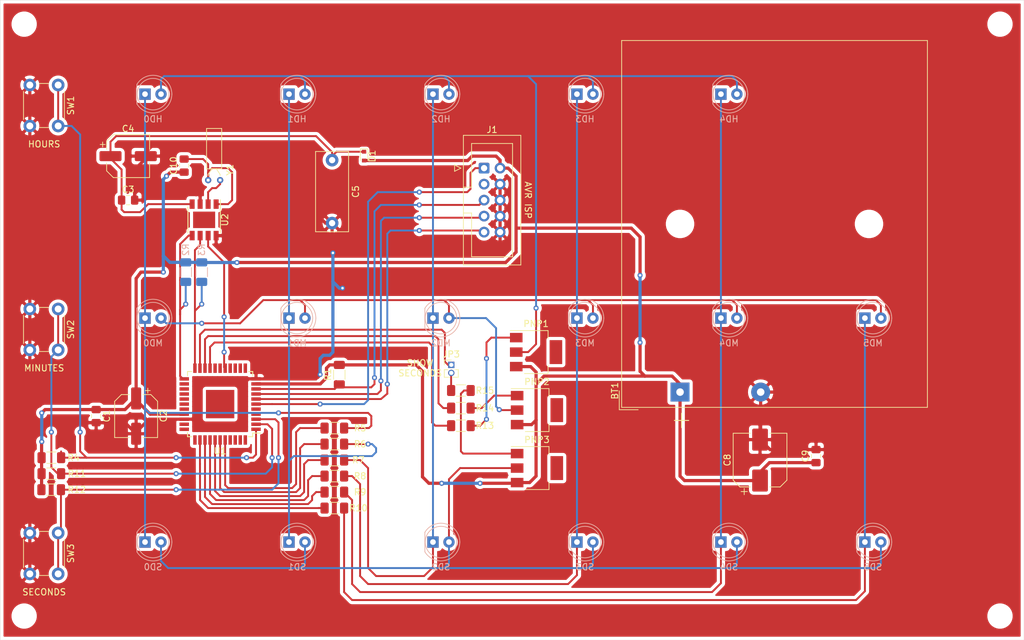
<source format=kicad_pcb>
(kicad_pcb (version 20171130) (host pcbnew 5.1.7)
  (layers (0 F.Cu signal) (31 B.Cu signal) (34 B.Paste user) (35 F.Paste user) (36 B.SilkS user) (37 F.SilkS user) (38 B.Mask user) (39 F.Mask user) (44 Edge.Cuts user))
  (net 0 "")
  (net 1 VCC)
  (net 2 GND)
  (net 3 "Net-(C3-Pad1)")
  (net 4 "Net-(C10-Pad2)")
  (net 5 "Net-(HD0-Pad2)")
  (net 6 "Net-(HD0-Pad1)")
  (net 7 "Net-(HD1-Pad1)")
  (net 8 "Net-(HD2-Pad1)")
  (net 9 "Net-(HD3-Pad1)")
  (net 10 "Net-(HD4-Pad1)")
  (net 11 /MOSI)
  (net 12 "Net-(J1-Pad3)")
  (net 13 /RST)
  (net 14 /SCK)
  (net 15 /MISO)
  (net 16 /HOUR_LED)
  (net 17 /MINUTE_LED)
  (net 18 /SECOND_LED)
  (net 19 "Net-(JP3-Pad2)")
  (net 20 "Net-(MD0-Pad2)")
  (net 21 "Net-(MD5-Pad1)")
  (net 22 /SDA)
  (net 23 /SCL)
  (net 24 /INC_HOUR)
  (net 25 /LED0)
  (net 26 /LED1)
  (net 27 /LED2)
  (net 28 /LED3)
  (net 29 /LED4)
  (net 30 /LED5)
  (net 31 /INC_MINUTE)
  (net 32 /INC_SECOND)
  (net 33 "Net-(U1-Pad4)")
  (net 34 "Net-(U1-Pad5)")
  (net 35 "Net-(U1-Pad12)")
  (net 36 "Net-(U1-Pad13)")
  (net 37 "Net-(U1-Pad14)")
  (net 38 "Net-(U1-Pad15)")
  (net 39 /RTC_INT)
  (net 40 "Net-(U1-Pad17)")
  (net 41 "Net-(U1-Pad18)")
  (net 42 "Net-(U1-Pad24)")
  (net 43 "Net-(U1-Pad25)")
  (net 44 "Net-(U1-Pad26)")
  (net 45 "Net-(U1-Pad27)")
  (net 46 "Net-(U1-Pad28)")
  (net 47 "Net-(U1-Pad29)")
  (net 48 "Net-(U1-Pad32)")
  (net 49 "Net-(U1-Pad33)")
  (net 50 "Net-(U1-Pad34)")
  (net 51 "Net-(U2-Pad2)")
  (net 52 "Net-(PNP1-Pad1)")
  (net 53 "Net-(PNP2-Pad1)")
  (net 54 "Net-(PNP3-Pad2)")
  (net 55 "Net-(PNP3-Pad1)")
  (module LED_THT:LED_D5.0mm (layer B.Cu) (at 89.04 106.36)
    (fp_text reference MD0 (at 1.27 3.96) (layer B.SilkS) (effects (justify mirror)))
    (fp_text value LED)
    (pad 1 thru_hole rect (at 0 0) (size 1.8 1.8) (drill 0.9) (layers *.Cu *.Mask) (net 6 "Net-(HD0-Pad1)"))
    (pad 2 thru_hole circle (at 2.54 0) (size 1.8 1.8) (drill 0.9) (layers *.Cu *.Mask) (net 20 "Net-(MD0-Pad2)"))
  )
  (module Resistor_SMD:R_1206_3216Metric_Pad1.30x1.75mm_HandSolder (layer F.Cu) (at 74.168 128.524)
    (fp_text reference R4 (at 3.53 0) (layer F.SilkS))
    (fp_text value 10k hide)
    (pad 1 smd roundrect (at -1.55 0) (size 1.3 1.75) (layers F.Cu F.Paste F.Mask) (roundrect_rratio 0.192308) (net 1 VCC))
    (pad 2 smd roundrect (at 1.55 0) (size 1.3 1.75) (layers F.Cu F.Paste F.Mask) (roundrect_rratio 0.192308) (net 24 /INC_HOUR))
  )
  (module LED_THT:LED_D5.0mm (layer B.Cu) (at 134.76 106.36)
    (fp_text reference MD2 (at 1.27 3.96) (layer B.SilkS) (effects (justify mirror)))
    (fp_text value LED)
    (pad 1 thru_hole rect (at 0 0) (size 1.8 1.8) (drill 0.9) (layers *.Cu *.Mask) (net 8 "Net-(HD2-Pad1)"))
    (pad 2 thru_hole circle (at 2.54 0) (size 1.8 1.8) (drill 0.9) (layers *.Cu *.Mask) (net 20 "Net-(MD0-Pad2)"))
  )
  (module Resistor_SMD:R_1206_3216Metric_Pad1.30x1.75mm_HandSolder (layer F.Cu) (at 74.168 131.064)
    (fp_text reference R11 (at 4.064 0) (layer F.SilkS))
    (fp_text value 10k hide)
    (pad 2 smd roundrect (at 1.55 0) (size 1.3 1.75) (layers F.Cu F.Paste F.Mask) (roundrect_rratio 0.192308) (net 31 /INC_MINUTE))
    (pad 1 smd roundrect (at -1.55 0) (size 1.3 1.75) (layers F.Cu F.Paste F.Mask) (roundrect_rratio 0.192308) (net 1 VCC))
  )
  (module LED_THT:LED_D5.0mm (layer B.Cu) (at 157.62 70.8)
    (fp_text reference HD3 (at 1.27 3.96) (layer B.SilkS) (effects (justify mirror)))
    (fp_text value LED)
    (pad 1 thru_hole rect (at 0 0) (size 1.8 1.8) (drill 0.9) (layers *.Cu *.Mask) (net 9 "Net-(HD3-Pad1)"))
    (pad 2 thru_hole circle (at 2.54 0) (size 1.8 1.8) (drill 0.9) (layers *.Cu *.Mask) (net 5 "Net-(HD0-Pad2)"))
  )
  (module Connector_IDC:IDC-Header_2x05_P2.54mm_Vertical (layer F.Cu) (at 142.875 82.55)
    (fp_text reference J1 (at 1.27 -6.1) (layer F.SilkS))
    (fp_text value AVR-ISP-10)
    (pad 10 thru_hole circle (at 2.54 10.16) (size 1.7 1.7) (drill 1) (layers *.Cu *.Mask) (net 2 GND))
    (pad 8 thru_hole circle (at 2.54 7.62) (size 1.7 1.7) (drill 1) (layers *.Cu *.Mask) (net 2 GND))
    (pad 6 thru_hole circle (at 2.54 5.08) (size 1.7 1.7) (drill 1) (layers *.Cu *.Mask) (net 2 GND))
    (pad 4 thru_hole circle (at 2.54 2.54) (size 1.7 1.7) (drill 1) (layers *.Cu *.Mask) (net 2 GND))
    (pad 2 thru_hole circle (at 2.54 0) (size 1.7 1.7) (drill 1) (layers *.Cu *.Mask) (net 1 VCC))
    (pad 9 thru_hole circle (at 0 10.16) (size 1.7 1.7) (drill 1) (layers *.Cu *.Mask) (net 15 /MISO))
    (pad 7 thru_hole circle (at 0 7.62) (size 1.7 1.7) (drill 1) (layers *.Cu *.Mask) (net 14 /SCK))
    (pad 5 thru_hole circle (at 0 5.08) (size 1.7 1.7) (drill 1) (layers *.Cu *.Mask) (net 13 /RST))
    (pad 3 thru_hole circle (at 0 2.54) (size 1.7 1.7) (drill 1) (layers *.Cu *.Mask) (net 12 "Net-(J1-Pad3)"))
    (pad 1 thru_hole roundrect (at 0 0) (size 1.7 1.7) (drill 1) (layers *.Cu *.Mask) (roundrect_rratio 0.147059) (net 11 /MOSI))
  )
  (module Connector_PinHeader_1.27mm:PinHeader_1x02_P1.27mm_Vertical (layer F.Cu) (at 137.668 113.792)
    (fp_text reference JP3 (at 0 -1.695) (layer F.SilkS))
    (fp_text value S_EN)
    (pad 1 thru_hole rect (at 0 0) (size 1 1) (drill 0.65) (layers *.Cu *.Mask) (net 18 /SECOND_LED))
    (pad 2 thru_hole oval (at 0 1.27) (size 1 1) (drill 0.65) (layers *.Cu *.Mask) (net 19 "Net-(JP3-Pad2)"))
  )
  (module LED_THT:LED_D5.0mm (layer B.Cu) (at 180.48 106.36)
    (fp_text reference MD4 (at 1.27 3.96) (layer B.SilkS) (effects (justify mirror)))
    (fp_text value LED)
    (pad 1 thru_hole rect (at 0 0) (size 1.8 1.8) (drill 0.9) (layers *.Cu *.Mask) (net 10 "Net-(HD4-Pad1)"))
    (pad 2 thru_hole circle (at 2.54 0) (size 1.8 1.8) (drill 0.9) (layers *.Cu *.Mask) (net 20 "Net-(MD0-Pad2)"))
  )
  (module Package_TO_SOT_SMD:SOT-223 (layer F.Cu) (at 151.27 130.175)
    (fp_text reference PNP3 (at 0 -4.5) (layer F.SilkS))
    (fp_text value Q_PNP_BCE hide)
    (pad 4 smd rect (at 3.15 0) (size 2 3.8) (layers F.Cu F.Paste F.Mask))
    (pad 2 smd rect (at -3.15 0) (size 2 1.5) (layers F.Cu F.Paste F.Mask) (net 54 "Net-(PNP3-Pad2)"))
    (pad 3 smd rect (at -3.15 2.3) (size 2 1.5) (layers F.Cu F.Paste F.Mask) (net 1 VCC))
    (pad 1 smd rect (at -3.15 -2.3) (size 2 1.5) (layers F.Cu F.Paste F.Mask) (net 55 "Net-(PNP3-Pad1)"))
  )
  (module Resistor_SMD:R_1206_3216Metric_Pad1.30x1.75mm_HandSolder (layer F.Cu) (at 119.888 115.342 90)
    (fp_text reference R1 (at 0 -1.82 90) (layer F.SilkS))
    (fp_text value 10k hide)
    (pad 1 smd roundrect (at -1.55 0 90) (size 1.3 1.75) (layers F.Cu F.Paste F.Mask) (roundrect_rratio 0.192308) (net 13 /RST))
    (pad 2 smd roundrect (at 1.55 0 90) (size 1.3 1.75) (layers F.Cu F.Paste F.Mask) (roundrect_rratio 0.192308) (net 1 VCC))
  )
  (module Resistor_SMD:R_1206_3216Metric_Pad1.30x1.75mm_HandSolder (layer B.Cu) (at 95.504 99.06 90)
    (fp_text reference R2 (at 3.556 0 90) (layer B.SilkS) (effects (justify mirror)))
    (fp_text value 4k7 hide)
    (pad 1 smd roundrect (at -1.55 0 90) (size 1.3 1.75) (layers B.Cu B.Paste B.Mask) (roundrect_rratio 0.192308) (net 22 /SDA))
    (pad 2 smd roundrect (at 1.55 0 90) (size 1.3 1.75) (layers B.Cu B.Paste B.Mask) (roundrect_rratio 0.192308) (net 1 VCC))
  )
  (module Crystal:Crystal_DS26_D2.0mm_L6.0mm_Horizontal (layer F.Cu) (at 100.965 84.455 180)
    (fp_text reference Y1 (at -1.57 1.625 90) (layer F.SilkS))
    (fp_text value 32768hZ)
    (pad 1 thru_hole circle (at 0 0 180) (size 1 1) (drill 0.5) (layers *.Cu *.Mask) (net 51 "Net-(U2-Pad2)"))
    (pad 2 thru_hole circle (at 1.9 0 180) (size 1 1) (drill 0.5) (layers *.Cu *.Mask) (net 4 "Net-(C10-Pad2)"))
  )
  (module LED_THT:LED_D5.0mm (layer B.Cu) (at 157.62 141.92)
    (fp_text reference SD3 (at 1.27 3.96) (layer B.SilkS) (effects (justify mirror)))
    (fp_text value LED)
    (pad 1 thru_hole rect (at 0 0) (size 1.8 1.8) (drill 0.9) (layers *.Cu *.Mask) (net 9 "Net-(HD3-Pad1)"))
    (pad 2 thru_hole circle (at 2.54 0) (size 1.8 1.8) (drill 0.9) (layers *.Cu *.Mask) (net 54 "Net-(PNP3-Pad2)"))
  )
  (module Capacitor_SMD:CP_Elec_6.3x5.3 (layer F.Cu) (at 87.63 121.92 270)
    (fp_text reference C2 (at 0 -4.35 90) (layer F.SilkS))
    (fp_text value 22u hide)
    (pad 2 smd roundrect (at 2.8 0 270) (size 3.5 1.6) (layers F.Cu F.Paste F.Mask) (roundrect_rratio 0.15625) (net 2 GND))
    (pad 1 smd roundrect (at -2.8 0 270) (size 3.5 1.6) (layers F.Cu F.Paste F.Mask) (roundrect_rratio 0.15625) (net 1 VCC))
  )
  (module Battery:BatteryHolder_TruPower_BH-331P_3xAA (layer F.Cu) (at 173.99 118.11 90)
    (fp_text reference BT1 (at 0.2 -10.35 90) (layer F.SilkS))
    (fp_text value 3x1.5V)
    (fp_text user + (at -4.5 0 90) (layer F.SilkS) (effects (font (size 3 3))))
    (pad 1 thru_hole rect (at 0 0 90) (size 3 3) (drill 1.2) (layers *.Cu *.Mask) (net 1 VCC))
    (pad 2 thru_hole circle (at 0 12.8 90) (size 3 3) (drill 1.2) (layers *.Cu *.Mask) (net 2 GND))
    (pad "" np_thru_hole circle (at 26.7 0 90) (size 3.5 3.5) (drill 3.5) (layers *.Cu *.Mask))
    (pad "" np_thru_hole circle (at 26.7 30 90) (size 3.5 3.5) (drill 3.5) (layers *.Cu *.Mask))
  )
  (module Resistor_SMD:R_1206_3216Metric_Pad1.30x1.75mm_HandSolder (layer F.Cu) (at 74.142 133.604)
    (fp_text reference R12 (at 4.064 0) (layer F.SilkS))
    (fp_text value 10k hide)
    (pad 1 smd roundrect (at -1.55 0) (size 1.3 1.75) (layers F.Cu F.Paste F.Mask) (roundrect_rratio 0.192308) (net 1 VCC))
    (pad 2 smd roundrect (at 1.55 0) (size 1.3 1.75) (layers F.Cu F.Paste F.Mask) (roundrect_rratio 0.192308) (net 32 /INC_SECOND))
  )
  (module LED_THT:LED_D5.0mm (layer B.Cu) (at 134.76 70.8)
    (fp_text reference HD2 (at 1.27 3.96) (layer B.SilkS) (effects (justify mirror)))
    (fp_text value LED)
    (pad 2 thru_hole circle (at 2.54 0) (size 1.8 1.8) (drill 0.9) (layers *.Cu *.Mask) (net 5 "Net-(HD0-Pad2)"))
    (pad 1 thru_hole rect (at 0 0) (size 1.8 1.8) (drill 0.9) (layers *.Cu *.Mask) (net 8 "Net-(HD2-Pad1)"))
  )
  (module LED_THT:LED_D5.0mm (layer B.Cu) (at 134.76 141.92)
    (fp_text reference SD2 (at 1.27 3.96) (layer B.SilkS) (effects (justify mirror)))
    (fp_text value LED)
    (pad 2 thru_hole circle (at 2.54 0) (size 1.8 1.8) (drill 0.9) (layers *.Cu *.Mask) (net 54 "Net-(PNP3-Pad2)"))
    (pad 1 thru_hole rect (at 0 0) (size 1.8 1.8) (drill 0.9) (layers *.Cu *.Mask) (net 8 "Net-(HD2-Pad1)"))
  )
  (module LED_THT:LED_D5.0mm (layer B.Cu) (at 180.48 70.8)
    (fp_text reference HD4 (at 1.27 3.96) (layer B.SilkS) (effects (justify mirror)))
    (fp_text value LED)
    (pad 2 thru_hole circle (at 2.54 0) (size 1.8 1.8) (drill 0.9) (layers *.Cu *.Mask) (net 5 "Net-(HD0-Pad2)"))
    (pad 1 thru_hole rect (at 0 0) (size 1.8 1.8) (drill 0.9) (layers *.Cu *.Mask) (net 10 "Net-(HD4-Pad1)"))
  )
  (module LED_THT:LED_D5.0mm (layer B.Cu) (at 111.9 70.8)
    (fp_text reference HD1 (at 1.27 3.96) (layer B.SilkS) (effects (justify mirror)))
    (fp_text value LED)
    (pad 1 thru_hole rect (at 0 0) (size 1.8 1.8) (drill 0.9) (layers *.Cu *.Mask) (net 7 "Net-(HD1-Pad1)"))
    (pad 2 thru_hole circle (at 2.54 0) (size 1.8 1.8) (drill 0.9) (layers *.Cu *.Mask) (net 5 "Net-(HD0-Pad2)"))
  )
  (module Resistor_SMD:R_1206_3216Metric_Pad1.30x1.75mm_HandSolder (layer F.Cu) (at 119.1 136.525 180)
    (fp_text reference R10 (at -3.81 0) (layer F.SilkS))
    (fp_text value 56R hide)
    (pad 2 smd roundrect (at 1.55 0 180) (size 1.3 1.75) (layers F.Cu F.Paste F.Mask) (roundrect_rratio 0.192308) (net 30 /LED5))
    (pad 1 smd roundrect (at -1.55 0 180) (size 1.3 1.75) (layers F.Cu F.Paste F.Mask) (roundrect_rratio 0.192308) (net 21 "Net-(MD5-Pad1)"))
  )
  (module Diode_SMD:D_SOD-523 (layer F.Cu) (at 123.825 80.645 270)
    (fp_text reference D1 (at 0 -1.3 90) (layer F.SilkS))
    (fp_text value D_Schottky)
    (pad 1 smd rect (at -0.7 0 90) (size 0.6 0.7) (layers F.Cu F.Paste F.Mask) (net 3 "Net-(C3-Pad1)"))
    (pad 2 smd rect (at 0.7 0 90) (size 0.6 0.7) (layers F.Cu F.Paste F.Mask) (net 1 VCC))
  )
  (module Package_TO_SOT_SMD:SOT-223 (layer F.Cu) (at 151.13 111.76)
    (fp_text reference PNP1 (at 0 -4.5) (layer F.SilkS))
    (fp_text value Q_PNP_BCE hide)
    (pad 4 smd rect (at 3.15 0) (size 2 3.8) (layers F.Cu F.Paste F.Mask))
    (pad 2 smd rect (at -3.15 0) (size 2 1.5) (layers F.Cu F.Paste F.Mask) (net 5 "Net-(HD0-Pad2)"))
    (pad 3 smd rect (at -3.15 2.3) (size 2 1.5) (layers F.Cu F.Paste F.Mask) (net 1 VCC))
    (pad 1 smd rect (at -3.15 -2.3) (size 2 1.5) (layers F.Cu F.Paste F.Mask) (net 52 "Net-(PNP1-Pad1)"))
  )
  (module Resistor_SMD:R_1206_3216Metric_Pad1.30x1.75mm_HandSolder (layer B.Cu) (at 98.044 99.06 90)
    (fp_text reference R3 (at 3.556 0 90) (layer B.SilkS) (effects (justify mirror)))
    (fp_text value 4k7 hide)
    (pad 2 smd roundrect (at 1.55 0 90) (size 1.3 1.75) (layers B.Cu B.Paste B.Mask) (roundrect_rratio 0.192308) (net 1 VCC))
    (pad 1 smd roundrect (at -1.55 0 90) (size 1.3 1.75) (layers B.Cu B.Paste B.Mask) (roundrect_rratio 0.192308) (net 23 /SCL))
  )
  (module Package_SO:Diodes_SO-8EP (layer F.Cu) (at 98.425 90.7625 270)
    (fp_text reference U2 (at 0 -3.3 90) (layer F.SilkS))
    (fp_text value PCF8583P)
    (pad 1 smd rect (at -2.4975 -1.905 270) (size 1.505 0.802) (layers F.Cu F.Paste F.Mask) (net 4 "Net-(C10-Pad2)"))
    (pad 2 smd rect (at -2.4975 -0.635 270) (size 1.505 0.802) (layers F.Cu F.Paste F.Mask) (net 51 "Net-(U2-Pad2)"))
    (pad 3 smd rect (at -2.4975 0.635 270) (size 1.505 0.802) (layers F.Cu F.Paste F.Mask) (net 2 GND))
    (pad 4 smd rect (at -2.4975 1.905 270) (size 1.505 0.802) (layers F.Cu F.Paste F.Mask) (net 3 "Net-(C3-Pad1)"))
    (pad 5 smd rect (at 2.4975 1.905 270) (size 1.505 0.802) (layers F.Cu F.Paste F.Mask) (net 22 /SDA))
    (pad 6 smd rect (at 2.4975 0.635 270) (size 1.505 0.802) (layers F.Cu F.Paste F.Mask) (net 23 /SCL))
    (pad 7 smd rect (at 2.4975 -0.635 270) (size 1.505 0.802) (layers F.Cu F.Paste F.Mask) (net 39 /RTC_INT))
    (pad 8 smd rect (at 2.4975 -1.905 270) (size 1.505 0.802) (layers F.Cu F.Paste F.Mask) (net 2 GND))
    (pad 9 smd rect (at 0 0 270) (size 2.613 3.502) (layers F.Cu F.Paste F.Mask))
  )
  (module LED_THT:LED_D5.0mm (layer B.Cu) (at 157.62 106.36)
    (fp_text reference MD3 (at 1.27 3.96) (layer B.SilkS) (effects (justify mirror)))
    (fp_text value LED)
    (pad 2 thru_hole circle (at 2.54 0) (size 1.8 1.8) (drill 0.9) (layers *.Cu *.Mask) (net 20 "Net-(MD0-Pad2)"))
    (pad 1 thru_hole rect (at 0 0) (size 1.8 1.8) (drill 0.9) (layers *.Cu *.Mask) (net 9 "Net-(HD3-Pad1)"))
  )
  (module Capacitor_SMD:CP_Elec_8x10 (layer F.Cu) (at 186.69 128.905 90)
    (fp_text reference C8 (at 0 -5.2 90) (layer F.SilkS))
    (fp_text value 470u hide)
    (pad 2 smd roundrect (at 3.25 0 90) (size 3.5 2.5) (layers F.Cu F.Paste F.Mask) (roundrect_rratio 0.1) (net 2 GND))
    (pad 1 smd roundrect (at -3.25 0 90) (size 3.5 2.5) (layers F.Cu F.Paste F.Mask) (roundrect_rratio 0.1) (net 1 VCC))
  )
  (module LED_THT:LED_D5.0mm (layer B.Cu) (at 180.48 141.92)
    (fp_text reference SD4 (at 1.27 3.96) (layer B.SilkS) (effects (justify mirror)))
    (fp_text value LED)
    (pad 2 thru_hole circle (at 2.54 0) (size 1.8 1.8) (drill 0.9) (layers *.Cu *.Mask) (net 54 "Net-(PNP3-Pad2)"))
    (pad 1 thru_hole rect (at 0 0) (size 1.8 1.8) (drill 0.9) (layers *.Cu *.Mask) (net 10 "Net-(HD4-Pad1)"))
  )
  (module Resistor_SMD:R_1206_3216Metric_Pad1.30x1.75mm_HandSolder (layer F.Cu) (at 119.1 128.905 180)
    (fp_text reference R7 (at -3.81 0) (layer F.SilkS))
    (fp_text value 56R hide)
    (pad 1 smd roundrect (at -1.55 0 180) (size 1.3 1.75) (layers F.Cu F.Paste F.Mask) (roundrect_rratio 0.192308) (net 8 "Net-(HD2-Pad1)"))
    (pad 2 smd roundrect (at 1.55 0 180) (size 1.3 1.75) (layers F.Cu F.Paste F.Mask) (roundrect_rratio 0.192308) (net 27 /LED2))
  )
  (module Resistor_SMD:R_1206_3216Metric_Pad1.30x1.75mm_HandSolder (layer F.Cu) (at 139.192 123.444 180)
    (fp_text reference R13 (at -3.81 0) (layer F.SilkS))
    (fp_text value 2k2 hide)
    (pad 2 smd roundrect (at 1.55 0 180) (size 1.3 1.75) (layers F.Cu F.Paste F.Mask) (roundrect_rratio 0.192308) (net 16 /HOUR_LED))
    (pad 1 smd roundrect (at -1.55 0 180) (size 1.3 1.75) (layers F.Cu F.Paste F.Mask) (roundrect_rratio 0.192308) (net 52 "Net-(PNP1-Pad1)"))
  )
  (module Package_QFP:TQFP-44-1EP_10x10mm_P0.8mm_EP4.5x4.5mm (layer F.Cu) (at 100.965 120.015 180)
    (fp_text reference U1 (at 0 -7.45) (layer F.SilkS))
    (fp_text value ATmega32A-PU)
    (pad 1 smd rect (at -5.7 -4 180) (size 1.5 0.55) (layers F.Cu F.Paste F.Mask) (net 24 /INC_HOUR))
    (pad 2 smd rect (at -5.7 -3.2 180) (size 1.5 0.55) (layers F.Cu F.Paste F.Mask) (net 31 /INC_MINUTE))
    (pad 3 smd rect (at -5.7 -2.4 180) (size 1.5 0.55) (layers F.Cu F.Paste F.Mask) (net 32 /INC_SECOND))
    (pad 4 smd rect (at -5.7 -1.6 180) (size 1.5 0.55) (layers F.Cu F.Paste F.Mask) (net 33 "Net-(U1-Pad4)"))
    (pad 5 smd rect (at -5.7 -0.8 180) (size 1.5 0.55) (layers F.Cu F.Paste F.Mask) (net 34 "Net-(U1-Pad5)"))
    (pad 6 smd rect (at -5.7 0 180) (size 1.5 0.55) (layers F.Cu F.Paste F.Mask) (net 11 /MOSI))
    (pad 7 smd rect (at -5.7 0.8 180) (size 1.5 0.55) (layers F.Cu F.Paste F.Mask) (net 15 /MISO))
    (pad 8 smd rect (at -5.7 1.6 180) (size 1.5 0.55) (layers F.Cu F.Paste F.Mask) (net 14 /SCK))
    (pad 9 smd rect (at -5.7 2.4 180) (size 1.5 0.55) (layers F.Cu F.Paste F.Mask) (net 13 /RST))
    (pad 10 smd rect (at -5.7 3.2 180) (size 1.5 0.55) (layers F.Cu F.Paste F.Mask) (net 1 VCC))
    (pad 11 smd rect (at -5.7 4 180) (size 1.5 0.55) (layers F.Cu F.Paste F.Mask) (net 2 GND))
    (pad 12 smd rect (at -4 5.7 270) (size 1.5 0.55) (layers F.Cu F.Paste F.Mask) (net 35 "Net-(U1-Pad12)"))
    (pad 13 smd rect (at -3.2 5.7 270) (size 1.5 0.55) (layers F.Cu F.Paste F.Mask) (net 36 "Net-(U1-Pad13)"))
    (pad 14 smd rect (at -2.4 5.7 270) (size 1.5 0.55) (layers F.Cu F.Paste F.Mask) (net 37 "Net-(U1-Pad14)"))
    (pad 15 smd rect (at -1.6 5.7 270) (size 1.5 0.55) (layers F.Cu F.Paste F.Mask) (net 38 "Net-(U1-Pad15)"))
    (pad 16 smd rect (at -0.8 5.7 270) (size 1.5 0.55) (layers F.Cu F.Paste F.Mask) (net 39 /RTC_INT))
    (pad 17 smd rect (at 0 5.7 270) (size 1.5 0.55) (layers F.Cu F.Paste F.Mask) (net 40 "Net-(U1-Pad17)"))
    (pad 18 smd rect (at 0.8 5.7 270) (size 1.5 0.55) (layers F.Cu F.Paste F.Mask) (net 41 "Net-(U1-Pad18)"))
    (pad 19 smd rect (at 1.6 5.7 270) (size 1.5 0.55) (layers F.Cu F.Paste F.Mask) (net 16 /HOUR_LED))
    (pad 20 smd rect (at 2.4 5.7 270) (size 1.5 0.55) (layers F.Cu F.Paste F.Mask) (net 17 /MINUTE_LED))
    (pad 21 smd rect (at 3.2 5.7 270) (size 1.5 0.55) (layers F.Cu F.Paste F.Mask) (net 18 /SECOND_LED))
    (pad 22 smd rect (at 4 5.7 270) (size 1.5 0.55) (layers F.Cu F.Paste F.Mask) (net 23 /SCL))
    (pad 23 smd rect (at 5.7 4 180) (size 1.5 0.55) (layers F.Cu F.Paste F.Mask) (net 22 /SDA))
    (pad 24 smd rect (at 5.7 3.2 180) (size 1.5 0.55) (layers F.Cu F.Paste F.Mask) (net 42 "Net-(U1-Pad24)"))
    (pad 25 smd rect (at 5.7 2.4 180) (size 1.5 0.55) (layers F.Cu F.Paste F.Mask) (net 43 "Net-(U1-Pad25)"))
    (pad 26 smd rect (at 5.7 1.6 180) (size 1.5 0.55) (layers F.Cu F.Paste F.Mask) (net 44 "Net-(U1-Pad26)"))
    (pad 27 smd rect (at 5.7 0.8 180) (size 1.5 0.55) (layers F.Cu F.Paste F.Mask) (net 45 "Net-(U1-Pad27)"))
    (pad 28 smd rect (at 5.7 0 180) (size 1.5 0.55) (layers F.Cu F.Paste F.Mask) (net 46 "Net-(U1-Pad28)"))
    (pad 29 smd rect (at 5.7 -0.8 180) (size 1.5 0.55) (layers F.Cu F.Paste F.Mask) (net 47 "Net-(U1-Pad29)"))
    (pad 30 smd rect (at 5.7 -1.6 180) (size 1.5 0.55) (layers F.Cu F.Paste F.Mask) (net 1 VCC))
    (pad 31 smd rect (at 5.7 -2.4 180) (size 1.5 0.55) (layers F.Cu F.Paste F.Mask) (net 2 GND))
    (pad 32 smd rect (at 5.7 -3.2 180) (size 1.5 0.55) (layers F.Cu F.Paste F.Mask) (net 48 "Net-(U1-Pad32)"))
    (pad 33 smd rect (at 5.7 -4 180) (size 1.5 0.55) (layers F.Cu F.Paste F.Mask) (net 49 "Net-(U1-Pad33)"))
    (pad 34 smd rect (at 4 -5.7 270) (size 1.5 0.55) (layers F.Cu F.Paste F.Mask) (net 50 "Net-(U1-Pad34)"))
    (pad 35 smd rect (at 3.2 -5.7 270) (size 1.5 0.55) (layers F.Cu F.Paste F.Mask) (net 30 /LED5))
    (pad 36 smd rect (at 2.4 -5.7 270) (size 1.5 0.55) (layers F.Cu F.Paste F.Mask) (net 29 /LED4))
    (pad 37 smd rect (at 1.6 -5.7 270) (size 1.5 0.55) (layers F.Cu F.Paste F.Mask) (net 28 /LED3))
    (pad 38 smd rect (at 0.8 -5.7 270) (size 1.5 0.55) (layers F.Cu F.Paste F.Mask) (net 27 /LED2))
    (pad 39 smd rect (at 0 -5.7 270) (size 1.5 0.55) (layers F.Cu F.Paste F.Mask) (net 26 /LED1))
    (pad 40 smd rect (at -0.8 -5.7 270) (size 1.5 0.55) (layers F.Cu F.Paste F.Mask) (net 25 /LED0))
    (pad 41 smd rect (at -1.6 -5.7 270) (size 1.5 0.55) (layers F.Cu F.Paste F.Mask))
    (pad 42 smd rect (at -2.4 -5.7 270) (size 1.5 0.55) (layers F.Cu F.Paste F.Mask))
    (pad 43 smd rect (at -3.2 -5.7 270) (size 1.5 0.55) (layers F.Cu F.Paste F.Mask))
    (pad 44 smd rect (at -4 -5.7 270) (size 1.5 0.55) (layers F.Cu F.Paste F.Mask))
    (pad 45 smd rect (at 0 0 180) (size 4.5 4.5) (layers F.Cu F.Mask))
  )
  (module Resistor_SMD:R_1206_3216Metric_Pad1.30x1.75mm_HandSolder (layer F.Cu) (at 139.192 117.856 180)
    (fp_text reference R15 (at -3.81 0) (layer F.SilkS))
    (fp_text value 2k2 hide)
    (pad 1 smd roundrect (at -1.55 0 180) (size 1.3 1.75) (layers F.Cu F.Paste F.Mask) (roundrect_rratio 0.192308) (net 55 "Net-(PNP3-Pad1)"))
    (pad 2 smd roundrect (at 1.55 0 180) (size 1.3 1.75) (layers F.Cu F.Paste F.Mask) (roundrect_rratio 0.192308) (net 19 "Net-(JP3-Pad2)"))
  )
  (module Resistor_SMD:R_1206_3216Metric_Pad1.30x1.75mm_HandSolder (layer F.Cu) (at 139.192 120.65 180)
    (fp_text reference R14 (at -3.81 0) (layer F.SilkS))
    (fp_text value 2k2 hide)
    (pad 2 smd roundrect (at 1.55 0 180) (size 1.3 1.75) (layers F.Cu F.Paste F.Mask) (roundrect_rratio 0.192308) (net 17 /MINUTE_LED))
    (pad 1 smd roundrect (at -1.55 0 180) (size 1.3 1.75) (layers F.Cu F.Paste F.Mask) (roundrect_rratio 0.192308) (net 53 "Net-(PNP2-Pad1)"))
  )
  (module Capacitor_SMD:C_0805_2012Metric_Pad1.18x1.45mm_HandSolder (layer F.Cu) (at 195.58 128.27 90)
    (fp_text reference C9 (at 0 -1.68 90) (layer F.SilkS))
    (fp_text value 100n hide)
    (pad 1 smd roundrect (at -1.0375 0 90) (size 1.175 1.45) (layers F.Cu F.Paste F.Mask) (roundrect_rratio 0.212766) (net 1 VCC))
    (pad 2 smd roundrect (at 1.0375 0 90) (size 1.175 1.45) (layers F.Cu F.Paste F.Mask) (roundrect_rratio 0.212766) (net 2 GND))
  )
  (module LED_THT:LED_D5.0mm (layer B.Cu) (at 89.04 70.8)
    (fp_text reference HD0 (at 1.27 3.96) (layer B.SilkS) (effects (justify mirror)))
    (fp_text value LED)
    (pad 2 thru_hole circle (at 2.54 0) (size 1.8 1.8) (drill 0.9) (layers *.Cu *.Mask) (net 5 "Net-(HD0-Pad2)"))
    (pad 1 thru_hole rect (at 0 0) (size 1.8 1.8) (drill 0.9) (layers *.Cu *.Mask) (net 6 "Net-(HD0-Pad1)"))
  )
  (module Capacitor_THT:C_Disc_D12.5mm_W5.0mm_P10.00mm (layer F.Cu) (at 118.745 81.28 270)
    (fp_text reference C5 (at 5 -3.75 90) (layer F.SilkS))
    (fp_text value 0.1-1F)
    (pad 2 thru_hole circle (at 10 0 270) (size 2 2) (drill 1) (layers *.Cu *.Mask) (net 2 GND))
    (pad 1 thru_hole circle (at 0 0 270) (size 2 2) (drill 1) (layers *.Cu *.Mask) (net 3 "Net-(C3-Pad1)"))
  )
  (module Package_TO_SOT_SMD:SOT-223 (layer F.Cu) (at 151.27 120.97)
    (fp_text reference PNP2 (at 0 -4.5) (layer F.SilkS))
    (fp_text value Q_PNP_BCE hide)
    (pad 1 smd rect (at -3.15 -2.3) (size 2 1.5) (layers F.Cu F.Paste F.Mask) (net 53 "Net-(PNP2-Pad1)"))
    (pad 3 smd rect (at -3.15 2.3) (size 2 1.5) (layers F.Cu F.Paste F.Mask) (net 1 VCC))
    (pad 2 smd rect (at -3.15 0) (size 2 1.5) (layers F.Cu F.Paste F.Mask) (net 20 "Net-(MD0-Pad2)"))
    (pad 4 smd rect (at 3.15 0) (size 2 3.8) (layers F.Cu F.Paste F.Mask))
  )
  (module LED_THT:LED_D5.0mm (layer B.Cu) (at 111.9 141.92)
    (fp_text reference SD1 (at 1.27 3.96) (layer B.SilkS) (effects (justify mirror)))
    (fp_text value LED)
    (pad 1 thru_hole rect (at 0 0) (size 1.8 1.8) (drill 0.9) (layers *.Cu *.Mask) (net 7 "Net-(HD1-Pad1)"))
    (pad 2 thru_hole circle (at 2.54 0) (size 1.8 1.8) (drill 0.9) (layers *.Cu *.Mask) (net 54 "Net-(PNP3-Pad2)"))
  )
  (module LED_THT:LED_D5.0mm (layer B.Cu) (at 89.04 141.92)
    (fp_text reference SD0 (at 1.27 3.96) (layer B.SilkS) (effects (justify mirror)))
    (fp_text value LED)
    (pad 2 thru_hole circle (at 2.54 0) (size 1.8 1.8) (drill 0.9) (layers *.Cu *.Mask) (net 54 "Net-(PNP3-Pad2)"))
    (pad 1 thru_hole rect (at 0 0) (size 1.8 1.8) (drill 0.9) (layers *.Cu *.Mask) (net 6 "Net-(HD0-Pad1)"))
  )
  (module LED_THT:LED_D5.0mm (layer B.Cu) (at 111.9 106.36)
    (fp_text reference MD1 (at 1.27 3.96) (layer B.SilkS) (effects (justify mirror)))
    (fp_text value LED)
    (pad 2 thru_hole circle (at 2.54 0) (size 1.8 1.8) (drill 0.9) (layers *.Cu *.Mask) (net 20 "Net-(MD0-Pad2)"))
    (pad 1 thru_hole rect (at 0 0) (size 1.8 1.8) (drill 0.9) (layers *.Cu *.Mask) (net 7 "Net-(HD1-Pad1)"))
  )
  (module Capacitor_SMD:C_0805_2012Metric_Pad1.18x1.45mm_HandSolder (layer F.Cu) (at 86.36 87.63)
    (fp_text reference C3 (at 0 -1.68) (layer F.SilkS))
    (fp_text value 22p hide)
    (pad 2 smd roundrect (at 1.0375 0) (size 1.175 1.45) (layers F.Cu F.Paste F.Mask) (roundrect_rratio 0.212766) (net 2 GND))
    (pad 1 smd roundrect (at -1.0375 0) (size 1.175 1.45) (layers F.Cu F.Paste F.Mask) (roundrect_rratio 0.212766) (net 3 "Net-(C3-Pad1)"))
  )
  (module Capacitor_SMD:CP_Elec_6.3x5.3 (layer F.Cu) (at 86.36 80.645)
    (fp_text reference C4 (at 0 -4.35) (layer F.SilkS))
    (fp_text value 47u hide)
    (pad 1 smd roundrect (at -2.8 0) (size 3.5 1.6) (layers F.Cu F.Paste F.Mask) (roundrect_rratio 0.15625) (net 3 "Net-(C3-Pad1)"))
    (pad 2 smd roundrect (at 2.8 0) (size 3.5 1.6) (layers F.Cu F.Paste F.Mask) (roundrect_rratio 0.15625) (net 2 GND))
  )
  (module Resistor_SMD:R_1206_3216Metric_Pad1.30x1.75mm_HandSolder (layer F.Cu) (at 119.1 133.985 180)
    (fp_text reference R9 (at -4.09 0) (layer F.SilkS))
    (fp_text value 56R hide)
    (pad 1 smd roundrect (at -1.55 0 180) (size 1.3 1.75) (layers F.Cu F.Paste F.Mask) (roundrect_rratio 0.192308) (net 10 "Net-(HD4-Pad1)"))
    (pad 2 smd roundrect (at 1.55 0 180) (size 1.3 1.75) (layers F.Cu F.Paste F.Mask) (roundrect_rratio 0.192308) (net 29 /LED4))
  )
  (module Capacitor_SMD:C_0805_2012Metric_Pad1.18x1.45mm_HandSolder (layer F.Cu) (at 81.28 121.92 270)
    (fp_text reference C1 (at 0 -1.68 90) (layer F.SilkS))
    (fp_text value 100n hide)
    (pad 1 smd roundrect (at -1.0375 0 270) (size 1.175 1.45) (layers F.Cu F.Paste F.Mask) (roundrect_rratio 0.212766) (net 1 VCC))
    (pad 2 smd roundrect (at 1.0375 0 270) (size 1.175 1.45) (layers F.Cu F.Paste F.Mask) (roundrect_rratio 0.212766) (net 2 GND))
  )
  (module LED_THT:LED_D5.0mm (layer B.Cu) (at 203.34 106.36)
    (fp_text reference MD5 (at 1.27 3.96) (layer B.SilkS) (effects (justify mirror)))
    (fp_text value LED)
    (pad 2 thru_hole circle (at 2.54 0) (size 1.8 1.8) (drill 0.9) (layers *.Cu *.Mask) (net 20 "Net-(MD0-Pad2)"))
    (pad 1 thru_hole rect (at 0 0) (size 1.8 1.8) (drill 0.9) (layers *.Cu *.Mask) (net 21 "Net-(MD5-Pad1)"))
  )
  (module Capacitor_SMD:C_0805_2012Metric_Pad1.18x1.45mm_HandSolder (layer F.Cu) (at 95.25 82.1475 90)
    (fp_text reference C10 (at 0 -1.68 90) (layer F.SilkS))
    (fp_text value 22p hide)
    (pad 2 smd roundrect (at 1.0375 0 90) (size 1.175 1.45) (layers F.Cu F.Paste F.Mask) (roundrect_rratio 0.212766) (net 4 "Net-(C10-Pad2)"))
    (pad 1 smd roundrect (at -1.0375 0 90) (size 1.175 1.45) (layers F.Cu F.Paste F.Mask) (roundrect_rratio 0.212766) (net 1 VCC))
  )
  (module Resistor_SMD:R_1206_3216Metric_Pad1.30x1.75mm_HandSolder (layer F.Cu) (at 119.1 126.365 180)
    (fp_text reference R6 (at -4.09 0) (layer F.SilkS))
    (fp_text value 56R hide)
    (pad 1 smd roundrect (at -1.55 0 180) (size 1.3 1.75) (layers F.Cu F.Paste F.Mask) (roundrect_rratio 0.192308) (net 7 "Net-(HD1-Pad1)"))
    (pad 2 smd roundrect (at 1.55 0 180) (size 1.3 1.75) (layers F.Cu F.Paste F.Mask) (roundrect_rratio 0.192308) (net 26 /LED1))
  )
  (module Resistor_SMD:R_1206_3216Metric_Pad1.30x1.75mm_HandSolder (layer F.Cu) (at 119.1 123.825 180)
    (fp_text reference R5 (at -4.09 0) (layer F.SilkS))
    (fp_text value 56R hide)
    (pad 1 smd roundrect (at -1.55 0 180) (size 1.3 1.75) (layers F.Cu F.Paste F.Mask) (roundrect_rratio 0.192308) (net 6 "Net-(HD0-Pad1)"))
    (pad 2 smd roundrect (at 1.55 0 180) (size 1.3 1.75) (layers F.Cu F.Paste F.Mask) (roundrect_rratio 0.192308) (net 25 /LED0))
  )
  (module Resistor_SMD:R_1206_3216Metric_Pad1.30x1.75mm_HandSolder (layer F.Cu) (at 119.1 131.445 180)
    (fp_text reference R8 (at -4.09 0) (layer F.SilkS))
    (fp_text value 56R hide)
    (pad 2 smd roundrect (at 1.55 0 180) (size 1.3 1.75) (layers F.Cu F.Paste F.Mask) (roundrect_rratio 0.192308) (net 28 /LED3))
    (pad 1 smd roundrect (at -1.55 0 180) (size 1.3 1.75) (layers F.Cu F.Paste F.Mask) (roundrect_rratio 0.192308) (net 9 "Net-(HD3-Pad1)"))
  )
  (module LED_THT:LED_D5.0mm (layer B.Cu) (at 203.34 141.92)
    (fp_text reference SD5 (at 1.27 3.96) (layer B.SilkS) (effects (justify mirror)))
    (fp_text value LED)
    (pad 2 thru_hole circle (at 2.54 0) (size 1.8 1.8) (drill 0.9) (layers *.Cu *.Mask) (net 54 "Net-(PNP3-Pad2)"))
    (pad 1 thru_hole rect (at 0 0) (size 1.8 1.8) (drill 0.9) (layers *.Cu *.Mask) (net 21 "Net-(MD5-Pad1)"))
  )
  (module Button_Switch_THT:SW_PUSH_6mm (layer F.Cu) (at 75.25 69.355 270)
    (fp_text reference SW1 (at 3.25 -2 90) (layer F.SilkS))
    (fp_text value INC_HOUR)
    (pad 1 thru_hole circle (at 6.5 0) (size 2 2) (drill 1.1) (layers *.Cu *.Mask) (net 24 /INC_HOUR))
    (pad 2 thru_hole circle (at 6.5 4.5) (size 2 2) (drill 1.1) (layers *.Cu *.Mask) (net 2 GND))
    (pad 1 thru_hole circle (at 0 0) (size 2 2) (drill 1.1) (layers *.Cu *.Mask) (net 24 /INC_HOUR))
    (pad 2 thru_hole circle (at 0 4.5) (size 2 2) (drill 1.1) (layers *.Cu *.Mask) (net 2 GND))
  )
  (module Button_Switch_THT:SW_PUSH_6mm (layer F.Cu) (at 75.25 104.915 270)
    (fp_text reference SW2 (at 3.25 -2 90) (layer F.SilkS))
    (fp_text value INC_MINUTE)
    (pad 2 thru_hole circle (at 0 4.5) (size 2 2) (drill 1.1) (layers *.Cu *.Mask) (net 2 GND))
    (pad 1 thru_hole circle (at 0 0) (size 2 2) (drill 1.1) (layers *.Cu *.Mask) (net 31 /INC_MINUTE))
    (pad 2 thru_hole circle (at 6.5 4.5) (size 2 2) (drill 1.1) (layers *.Cu *.Mask) (net 2 GND))
    (pad 1 thru_hole circle (at 6.5 0) (size 2 2) (drill 1.1) (layers *.Cu *.Mask) (net 31 /INC_MINUTE))
  )
  (module Button_Switch_THT:SW_PUSH_6mm (layer F.Cu) (at 75.25 140.475 270)
    (fp_text reference SW3 (at 3.25 -2 90) (layer F.SilkS))
    (fp_text value INC_SECOND)
    (pad 2 thru_hole circle (at 0 4.5) (size 2 2) (drill 1.1) (layers *.Cu *.Mask) (net 2 GND))
    (pad 1 thru_hole circle (at 0 0) (size 2 2) (drill 1.1) (layers *.Cu *.Mask) (net 32 /INC_SECOND))
    (pad 2 thru_hole circle (at 6.5 4.5) (size 2 2) (drill 1.1) (layers *.Cu *.Mask) (net 2 GND))
    (pad 1 thru_hole circle (at 6.5 0) (size 2 2) (drill 1.1) (layers *.Cu *.Mask) (net 32 /INC_SECOND))
  )
  (gr_text "AVR ISP" (at 149.86 87.63 270) (layer F.SilkS) (effects (font (size 1 1))))
  (gr_text "SHOW\nSECONDS" (at 132.715 114.3) (layer F.SilkS) (effects (font (size 1 1))))
  (gr_text SECONDS (at 73.025 149.86) (layer F.SilkS) (effects (font (size 1 1))))
  (gr_text MINUTES (at 73.025 114.3) (layer F.SilkS) (effects (font (size 1 1))))
  (gr_text HOURS (at 73.025 78.74) (layer F.SilkS) (effects (font (size 1 1))))
  (gr_line (start 66.04 55.88) (end 228.6 55.88) (layer Edge.Cuts) (width 0.05))
  (gr_line (start 66.04 157.48) (end 66.04 55.88) (layer Edge.Cuts) (width 0.05))
  (gr_line (start 228.6 157.48) (end 66.04 157.48) (layer Edge.Cuts) (width 0.05))
  (gr_line (start 228.6 55.88) (end 228.6 157.48) (layer Edge.Cuts) (width 0.05))
  (segment (start 173.99 118.11) (end 173.355 118.745) (width 0.508) (layer F.Cu) (net 1))
  (segment (start 173.355 118.745) (end 173.99 119.38) (width 0.508) (layer F.Cu) (net 1))
  (segment (start 173.99 119.38) (end 173.99 131.445) (width 0.508) (layer F.Cu) (net 1))
  (segment (start 174.7 132.155) (end 186.69 132.155) (width 0.508) (layer F.Cu) (net 1))
  (segment (start 173.99 131.445) (end 174.7 132.155) (width 0.508) (layer F.Cu) (net 1))
  (segment (start 195.58 129.3075) (end 188.1925 129.3075) (width 0.508) (layer F.Cu) (net 1))
  (segment (start 186.69 130.81) (end 186.69 132.155) (width 0.508) (layer F.Cu) (net 1))
  (segment (start 188.1925 129.3075) (end 186.69 130.81) (width 0.508) (layer F.Cu) (net 1))
  (segment (start 147.98 114.06) (end 150.255 114.06) (width 0.508) (layer F.Cu) (net 1))
  (segment (start 150.255 114.06) (end 151.13 114.935) (width 0.508) (layer F.Cu) (net 1))
  (segment (start 150.415 123.27) (end 148.12 123.27) (width 0.508) (layer F.Cu) (net 1))
  (segment (start 151.13 122.555) (end 150.415 123.27) (width 0.508) (layer F.Cu) (net 1))
  (segment (start 151.13 122.555) (end 151.13 131.445) (width 0.508) (layer F.Cu) (net 1))
  (segment (start 150.1 132.475) (end 148.12 132.475) (width 0.508) (layer F.Cu) (net 1))
  (segment (start 151.13 131.445) (end 150.1 132.475) (width 0.508) (layer F.Cu) (net 1))
  (segment (start 85.8675 120.8825) (end 87.63 119.12) (width 0.508) (layer F.Cu) (net 1))
  (segment (start 81.28 120.8825) (end 85.8675 120.8825) (width 0.508) (layer F.Cu) (net 1))
  (segment (start 87.63 119.12) (end 87.63 119.38) (width 0.508) (layer F.Cu) (net 1))
  (segment (start 89.865 121.615) (end 95.265 121.615) (width 0.508) (layer F.Cu) (net 1))
  (segment (start 87.63 119.38) (end 89.865 121.615) (width 0.508) (layer F.Cu) (net 1))
  (segment (start 123.825 81.345) (end 140.27 81.345) (width 0.508) (layer F.Cu) (net 1))
  (segment (start 140.27 81.345) (end 140.97 80.645) (width 0.508) (layer F.Cu) (net 1))
  (segment (start 140.97 80.645) (end 144.78 80.645) (width 0.508) (layer F.Cu) (net 1))
  (segment (start 145.415 81.28) (end 145.415 82.55) (width 0.508) (layer F.Cu) (net 1))
  (segment (start 144.78 80.645) (end 145.415 81.28) (width 0.508) (layer F.Cu) (net 1))
  (segment (start 146.685 82.55) (end 145.415 82.55) (width 0.508) (layer F.Cu) (net 1))
  (segment (start 147.955 83.82) (end 146.685 82.55) (width 0.508) (layer F.Cu) (net 1))
  (segment (start 173.99 118.11) (end 173.99 116.84) (width 0.508) (layer F.Cu) (net 1))
  (segment (start 173.99 116.84) (end 172.72 115.57) (width 0.508) (layer F.Cu) (net 1))
  (segment (start 152.4 115.57) (end 151.13 116.84) (width 0.508) (layer F.Cu) (net 1))
  (segment (start 151.13 116.84) (end 151.13 122.555) (width 0.508) (layer F.Cu) (net 1))
  (segment (start 151.13 114.935) (end 151.13 116.84) (width 0.508) (layer F.Cu) (net 1))
  (segment (start 72.618 128.524) (end 72.618 131.064) (width 0.508) (layer F.Cu) (net 1))
  (segment (start 72.618 133.578) (end 72.592 133.604) (width 0.508) (layer F.Cu) (net 1))
  (segment (start 72.618 131.064) (end 72.618 133.578) (width 0.508) (layer F.Cu) (net 1))
  (segment (start 106.665 116.815) (end 116.865 116.815) (width 0.508) (layer F.Cu) (net 1))
  (segment (start 116.865 116.815) (end 117.856 115.824) (width 0.508) (layer F.Cu) (net 1))
  (segment (start 117.856 115.824) (end 117.856 114.3) (width 0.508) (layer F.Cu) (net 1))
  (segment (start 117.856 114.3) (end 118.364 113.792) (width 0.508) (layer F.Cu) (net 1))
  (segment (start 118.364 113.792) (end 119.888 113.792) (width 0.508) (layer F.Cu) (net 1))
  (segment (start 147.955 92.075) (end 166.243 92.075) (width 0.508) (layer F.Cu) (net 1))
  (segment (start 147.955 92.075) (end 147.955 83.82) (width 0.508) (layer F.Cu) (net 1))
  (segment (start 166.243 92.075) (end 167.64 93.472) (width 0.508) (layer F.Cu) (net 1))
  (via (at 167.64 99.568) (size 0.8) (drill 0.4) (layers F.Cu B.Cu) (net 1))
  (segment (start 167.64 93.472) (end 167.64 99.568) (width 0.508) (layer F.Cu) (net 1))
  (segment (start 167.64 99.568) (end 167.64 110.236) (width 0.508) (layer B.Cu) (net 1))
  (via (at 167.64 110.236) (size 0.8) (drill 0.4) (layers F.Cu B.Cu) (net 1))
  (segment (start 167.64 114.808) (end 168.402 115.57) (width 0.508) (layer F.Cu) (net 1))
  (segment (start 167.64 110.236) (end 167.64 114.808) (width 0.508) (layer F.Cu) (net 1))
  (segment (start 168.402 115.57) (end 152.4 115.57) (width 0.508) (layer F.Cu) (net 1))
  (segment (start 172.72 115.57) (end 168.402 115.57) (width 0.508) (layer F.Cu) (net 1))
  (segment (start 72.618 128.524) (end 72.618 126.01) (width 0.508) (layer F.Cu) (net 1))
  (via (at 72.644 125.984) (size 0.8) (drill 0.4) (layers F.Cu B.Cu) (net 1))
  (segment (start 72.618 126.01) (end 72.644 125.984) (width 0.508) (layer F.Cu) (net 1))
  (segment (start 72.644 125.984) (end 72.644 121.412) (width 0.508) (layer B.Cu) (net 1))
  (via (at 72.644 121.412) (size 0.8) (drill 0.4) (layers F.Cu B.Cu) (net 1))
  (segment (start 73.1735 120.8825) (end 81.28 120.8825) (width 0.508) (layer F.Cu) (net 1))
  (segment (start 72.644 121.412) (end 73.1735 120.8825) (width 0.508) (layer F.Cu) (net 1))
  (segment (start 119.888 113.792) (end 132.08 113.792) (width 0.508) (layer F.Cu) (net 1))
  (segment (start 132.08 113.792) (end 133.096 114.808) (width 0.508) (layer F.Cu) (net 1))
  (segment (start 133.096 114.808) (end 133.096 131.572) (width 0.508) (layer F.Cu) (net 1))
  (segment (start 133.096 131.572) (end 134.112 132.588) (width 0.508) (layer F.Cu) (net 1))
  (segment (start 134.112 132.588) (end 136.144 132.588) (width 0.508) (layer F.Cu) (net 1))
  (via (at 136.144 132.588) (size 0.8) (drill 0.4) (layers F.Cu B.Cu) (net 1))
  (segment (start 136.144 132.588) (end 142.24 132.588) (width 0.508) (layer B.Cu) (net 1))
  (via (at 142.24 132.588) (size 0.8) (drill 0.4) (layers F.Cu B.Cu) (net 1))
  (segment (start 148.007 132.588) (end 148.12 132.475) (width 0.508) (layer F.Cu) (net 1))
  (segment (start 142.24 132.588) (end 148.007 132.588) (width 0.508) (layer F.Cu) (net 1))
  (segment (start 95.25 83.185) (end 93.091 83.185) (width 0.508) (layer F.Cu) (net 1))
  (via (at 92.456 83.82) (size 0.8) (drill 0.4) (layers F.Cu B.Cu) (net 1))
  (segment (start 93.091 83.185) (end 92.456 83.82) (width 0.508) (layer F.Cu) (net 1))
  (segment (start 87.63 100.076) (end 87.63 119.12) (width 0.508) (layer F.Cu) (net 1))
  (segment (start 88.392 99.06) (end 87.63 100.076) (width 0.508) (layer F.Cu) (net 1))
  (segment (start 91.948 84.328) (end 92.456 83.82) (width 0.508) (layer B.Cu) (net 1))
  (segment (start 91.948 99.06) (end 88.392 99.06) (width 0.508) (layer F.Cu) (net 1))
  (via (at 91.948 99.06) (size 0.8) (drill 0.4) (layers F.Cu B.Cu) (net 1))
  (segment (start 95.504 97.51) (end 92.99 97.51) (width 0.508) (layer B.Cu) (net 1))
  (segment (start 92 96.52) (end 91.948 96.52) (width 0.508) (layer B.Cu) (net 1))
  (segment (start 92.99 97.51) (end 92 96.52) (width 0.508) (layer B.Cu) (net 1))
  (segment (start 91.948 96.52) (end 91.948 84.328) (width 0.508) (layer B.Cu) (net 1))
  (segment (start 91.948 99.06) (end 91.948 96.52) (width 0.508) (layer B.Cu) (net 1))
  (segment (start 95.504 97.51) (end 98.044 97.51) (width 0.508) (layer B.Cu) (net 1))
  (segment (start 147.955 95.25) (end 147.955 92.075) (width 0.508) (layer F.Cu) (net 1))
  (segment (start 147.955 95.25) (end 147.955 95.885) (width 0.508) (layer F.Cu) (net 1))
  (segment (start 147.955 95.885) (end 146.304 97.536) (width 0.508) (layer F.Cu) (net 1))
  (via (at 103.632 97.536) (size 0.8) (drill 0.4) (layers F.Cu B.Cu) (net 1))
  (segment (start 146.304 97.536) (end 103.632 97.536) (width 0.508) (layer F.Cu) (net 1))
  (segment (start 98.07 97.536) (end 98.044 97.51) (width 0.508) (layer B.Cu) (net 1))
  (segment (start 103.632 97.536) (end 98.07 97.536) (width 0.508) (layer B.Cu) (net 1))
  (segment (start 186.79 125.555) (end 186.69 125.655) (width 0.508) (layer F.Cu) (net 2))
  (segment (start 186.79 118.11) (end 186.79 125.555) (width 0.508) (layer F.Cu) (net 2))
  (segment (start 188.2675 127.2325) (end 186.69 125.655) (width 0.508) (layer F.Cu) (net 2))
  (segment (start 195.58 127.2325) (end 188.2675 127.2325) (width 0.508) (layer F.Cu) (net 2))
  (segment (start 85.8675 122.9575) (end 87.63 124.72) (width 0.508) (layer F.Cu) (net 2))
  (segment (start 81.28 122.9575) (end 85.8675 122.9575) (width 0.508) (layer F.Cu) (net 2))
  (segment (start 87.63 124.72) (end 87.63 124.46) (width 0.508) (layer F.Cu) (net 2))
  (segment (start 89.675 122.415) (end 95.265 122.415) (width 0.508) (layer F.Cu) (net 2))
  (segment (start 87.63 124.46) (end 89.675 122.415) (width 0.508) (layer F.Cu) (net 2))
  (segment (start 89.16 80.645) (end 89.16 81.02) (width 0.508) (layer F.Cu) (net 2))
  (segment (start 87.3975 82.7825) (end 87.3975 87.63) (width 0.508) (layer F.Cu) (net 2))
  (segment (start 89.16 81.02) (end 87.3975 82.7825) (width 0.508) (layer F.Cu) (net 2))
  (segment (start 118.745 94.615) (end 119.38 95.25) (width 0.508) (layer F.Cu) (net 2))
  (segment (start 119.38 95.25) (end 144.78 95.25) (width 0.508) (layer F.Cu) (net 2))
  (segment (start 145.415 94.615) (end 145.415 92.71) (width 0.508) (layer F.Cu) (net 2))
  (segment (start 144.78 95.25) (end 145.415 94.615) (width 0.508) (layer F.Cu) (net 2))
  (segment (start 145.415 90.17) (end 145.415 92.71) (width 0.508) (layer F.Cu) (net 2))
  (segment (start 145.415 87.63) (end 145.415 90.17) (width 0.508) (layer F.Cu) (net 2))
  (segment (start 145.415 85.09) (end 145.415 87.63) (width 0.508) (layer F.Cu) (net 2))
  (segment (start 118.025 93.26) (end 118.745 93.98) (width 0.508) (layer F.Cu) (net 2))
  (segment (start 100.33 93.26) (end 118.025 93.26) (width 0.508) (layer F.Cu) (net 2))
  (segment (start 118.745 93.98) (end 118.745 94.615) (width 0.508) (layer F.Cu) (net 2))
  (segment (start 118.745 91.28) (end 118.745 93.98) (width 0.508) (layer F.Cu) (net 2))
  (segment (start 87.3975 87.63) (end 87.3975 86.5925) (width 0.508) (layer F.Cu) (net 2))
  (segment (start 87.3975 86.5925) (end 88.265 85.725) (width 0.508) (layer F.Cu) (net 2))
  (segment (start 88.265 85.725) (end 97.155 85.725) (width 0.508) (layer F.Cu) (net 2))
  (segment (start 97.79 86.36) (end 97.79 88.265) (width 0.508) (layer F.Cu) (net 2))
  (segment (start 97.155 85.725) (end 97.79 86.36) (width 0.508) (layer F.Cu) (net 2))
  (segment (start 70.75 69.355) (end 70.75 75.855) (width 0.508) (layer F.Cu) (net 2))
  (segment (start 70.75 75.855) (end 70.75 104.915) (width 0.508) (layer F.Cu) (net 2))
  (segment (start 70.75 104.915) (end 70.75 111.415) (width 0.508) (layer F.Cu) (net 2))
  (segment (start 70.75 140.475) (end 70.75 146.975) (width 0.508) (layer F.Cu) (net 2))
  (segment (start 72.1575 122.9575) (end 70.75 121.55) (width 0.508) (layer F.Cu) (net 2))
  (segment (start 81.28 122.9575) (end 72.1575 122.9575) (width 0.508) (layer F.Cu) (net 2))
  (segment (start 70.75 121.55) (end 70.75 140.475) (width 0.508) (layer F.Cu) (net 2))
  (segment (start 70.75 111.415) (end 70.75 121.55) (width 0.508) (layer F.Cu) (net 2))
  (segment (start 89.16 80.645) (end 89.16 80.004) (width 0.508) (layer F.Cu) (net 2))
  (segment (start 89.16 80.004) (end 90.424 78.74) (width 0.508) (layer F.Cu) (net 2))
  (segment (start 90.424 78.74) (end 114.3 78.74) (width 0.508) (layer F.Cu) (net 2))
  (segment (start 114.3 78.74) (end 116.332 80.772) (width 0.508) (layer F.Cu) (net 2))
  (segment (start 116.332 80.772) (end 116.332 89.916) (width 0.508) (layer F.Cu) (net 2))
  (segment (start 117.696 91.28) (end 118.745 91.28) (width 0.508) (layer F.Cu) (net 2))
  (segment (start 116.332 89.916) (end 117.696 91.28) (width 0.508) (layer F.Cu) (net 2))
  (segment (start 118.872 96.012) (end 118.872 95.758) (width 0.508) (layer F.Cu) (net 2))
  (segment (start 118.872 95.758) (end 119.38 95.25) (width 0.508) (layer F.Cu) (net 2))
  (via (at 118.872 96.012) (size 0.8) (drill 0.4) (layers F.Cu B.Cu) (net 2))
  (segment (start 116.141 116.015) (end 106.665 116.015) (width 0.508) (layer F.Cu) (net 2))
  (segment (start 116.84 115.316) (end 116.141 116.015) (width 0.508) (layer F.Cu) (net 2))
  (via (at 116.84 115.316) (size 0.8) (drill 0.4) (layers F.Cu B.Cu) (net 2))
  (segment (start 116.84 115.316) (end 116.84 112.776) (width 0.508) (layer B.Cu) (net 2))
  (segment (start 116.84 112.776) (end 117.348 112.268) (width 0.508) (layer B.Cu) (net 2))
  (segment (start 118.364 112.268) (end 118.872 111.76) (width 0.508) (layer B.Cu) (net 2))
  (segment (start 117.348 112.268) (end 118.364 112.268) (width 0.508) (layer B.Cu) (net 2))
  (segment (start 95.265 122.415) (end 97.015 122.415) (width 0.508) (layer F.Cu) (net 2))
  (segment (start 98.044 123.444) (end 103.632 123.444) (width 0.508) (layer F.Cu) (net 2))
  (segment (start 97.015 122.415) (end 98.044 123.444) (width 0.508) (layer F.Cu) (net 2))
  (segment (start 103.632 123.444) (end 104.648 122.428) (width 0.508) (layer F.Cu) (net 2))
  (segment (start 105.473 116.015) (end 106.665 116.015) (width 0.508) (layer F.Cu) (net 2))
  (segment (start 104.648 122.428) (end 104.648 116.84) (width 0.508) (layer F.Cu) (net 2))
  (segment (start 104.648 116.84) (end 105.473 116.015) (width 0.508) (layer F.Cu) (net 2))
  (segment (start 186.79 118.11) (end 186.79 117.702) (width 0.508) (layer B.Cu) (net 2))
  (segment (start 186.79 118.11) (end 209.042 118.11) (width 0.508) (layer F.Cu) (net 2))
  (segment (start 209.042 118.11) (end 209.804 117.348) (width 0.508) (layer F.Cu) (net 2))
  (segment (start 209.804 117.348) (end 209.804 102.616) (width 0.508) (layer F.Cu) (net 2))
  (segment (start 209.804 102.616) (end 208.788 101.6) (width 0.508) (layer F.Cu) (net 2))
  (via (at 120.396 101.6) (size 0.8) (drill 0.4) (layers F.Cu B.Cu) (net 2))
  (segment (start 208.788 101.6) (end 120.396 101.6) (width 0.508) (layer F.Cu) (net 2))
  (segment (start 119.888 101.6) (end 118.872 100.584) (width 0.508) (layer B.Cu) (net 2))
  (segment (start 120.396 101.6) (end 119.888 101.6) (width 0.508) (layer B.Cu) (net 2))
  (segment (start 118.872 100.584) (end 118.872 96.012) (width 0.508) (layer B.Cu) (net 2))
  (segment (start 118.872 111.76) (end 118.872 100.584) (width 0.508) (layer B.Cu) (net 2))
  (segment (start 83.56 80.645) (end 83.82 80.645) (width 0.3048) (layer F.Cu) (net 3))
  (segment (start 83.56 80.645) (end 83.56 81.02) (width 0.3048) (layer F.Cu) (net 3))
  (segment (start 85.3225 82.7825) (end 85.3225 87.63) (width 0.3048) (layer F.Cu) (net 3))
  (segment (start 83.56 81.02) (end 85.3225 82.7825) (width 0.3048) (layer F.Cu) (net 3))
  (segment (start 118.745 81.28) (end 118.745 80.645) (width 0.3048) (layer F.Cu) (net 3))
  (segment (start 119.445 79.945) (end 123.825 79.945) (width 0.3048) (layer F.Cu) (net 3))
  (segment (start 118.745 80.645) (end 119.445 79.945) (width 0.3048) (layer F.Cu) (net 3))
  (segment (start 118.745 81.28) (end 118.745 80.01) (width 0.3048) (layer F.Cu) (net 3))
  (segment (start 118.745 80.01) (end 116.205 77.47) (width 0.3048) (layer F.Cu) (net 3))
  (segment (start 116.205 77.47) (end 84.455 77.47) (width 0.3048) (layer F.Cu) (net 3))
  (segment (start 83.56 78.365) (end 83.56 80.645) (width 0.3048) (layer F.Cu) (net 3))
  (segment (start 84.455 77.47) (end 83.56 78.365) (width 0.3048) (layer F.Cu) (net 3))
  (segment (start 96.52 88.265) (end 89.535 88.265) (width 0.3048) (layer F.Cu) (net 3))
  (segment (start 89.535 88.265) (end 88.265 89.535) (width 0.3048) (layer F.Cu) (net 3))
  (segment (start 88.265 89.535) (end 85.725 89.535) (width 0.3048) (layer F.Cu) (net 3))
  (segment (start 85.3225 89.1325) (end 85.3225 87.63) (width 0.3048) (layer F.Cu) (net 3))
  (segment (start 85.725 89.535) (end 85.3225 89.1325) (width 0.3048) (layer F.Cu) (net 3))
  (segment (start 99.065 84.455) (end 99.065 81.92) (width 0.3048) (layer F.Cu) (net 4))
  (segment (start 98.255 81.11) (end 95.25 81.11) (width 0.3048) (layer F.Cu) (net 4))
  (segment (start 99.065 81.92) (end 98.255 81.11) (width 0.3048) (layer F.Cu) (net 4))
  (segment (start 99.065 84.455) (end 99.065 83.18) (width 0.3048) (layer F.Cu) (net 4))
  (segment (start 99.065 83.18) (end 99.695 82.55) (width 0.3048) (layer F.Cu) (net 4))
  (segment (start 99.695 82.55) (end 102.235 82.55) (width 0.3048) (layer F.Cu) (net 4))
  (segment (start 102.235 82.55) (end 102.87 83.185) (width 0.3048) (layer F.Cu) (net 4))
  (segment (start 102.87 83.185) (end 102.87 87.63) (width 0.3048) (layer F.Cu) (net 4))
  (segment (start 102.87 87.63) (end 102.235 88.265) (width 0.3048) (layer F.Cu) (net 4))
  (segment (start 102.235 88.265) (end 100.33 88.265) (width 0.3048) (layer F.Cu) (net 4))
  (segment (start 91.58 70.8) (end 91.58 68.44) (width 0.3048) (layer B.Cu) (net 5))
  (segment (start 91.58 68.44) (end 92.075 67.945) (width 0.3048) (layer B.Cu) (net 5))
  (segment (start 92.075 67.945) (end 113.665 67.945) (width 0.3048) (layer B.Cu) (net 5))
  (segment (start 114.44 68.72) (end 114.44 70.8) (width 0.3048) (layer B.Cu) (net 5))
  (segment (start 113.665 67.945) (end 114.44 68.72) (width 0.3048) (layer B.Cu) (net 5))
  (segment (start 113.665 67.945) (end 136.525 67.945) (width 0.3048) (layer B.Cu) (net 5))
  (segment (start 137.3 68.72) (end 137.3 70.8) (width 0.3048) (layer B.Cu) (net 5))
  (segment (start 136.525 67.945) (end 137.3 68.72) (width 0.3048) (layer B.Cu) (net 5))
  (segment (start 160.16 68.72) (end 160.16 70.8) (width 0.3048) (layer B.Cu) (net 5))
  (segment (start 159.385 67.945) (end 160.16 68.72) (width 0.3048) (layer B.Cu) (net 5))
  (segment (start 159.385 67.945) (end 182.245 67.945) (width 0.3048) (layer B.Cu) (net 5))
  (segment (start 183.02 68.72) (end 183.02 70.8) (width 0.3048) (layer B.Cu) (net 5))
  (segment (start 182.245 67.945) (end 183.02 68.72) (width 0.3048) (layer B.Cu) (net 5))
  (segment (start 147.98 111.76) (end 149.86 111.76) (width 0.3048) (layer F.Cu) (net 5))
  (segment (start 149.86 111.76) (end 151.13 110.49) (width 0.3048) (layer F.Cu) (net 5))
  (via (at 151.13 104.775) (size 0.8) (drill 0.4) (layers F.Cu B.Cu) (net 5))
  (segment (start 151.13 110.49) (end 151.13 104.775) (width 0.3048) (layer F.Cu) (net 5))
  (segment (start 151.13 104.775) (end 151.13 69.215) (width 0.3048) (layer B.Cu) (net 5))
  (segment (start 151.13 69.215) (end 149.86 67.945) (width 0.3048) (layer B.Cu) (net 5))
  (segment (start 149.86 67.945) (end 159.385 67.945) (width 0.3048) (layer B.Cu) (net 5))
  (segment (start 136.525 67.945) (end 149.86 67.945) (width 0.3048) (layer B.Cu) (net 5))
  (segment (start 89.04 106.36) (end 89.04 70.8) (width 0.3048) (layer B.Cu) (net 6))
  (segment (start 120.65 123.825) (end 120.65 123.19) (width 0.3048) (layer F.Cu) (net 6))
  (segment (start 120.65 123.825) (end 124.333 123.825) (width 0.3048) (layer F.Cu) (net 6))
  (segment (start 124.333 123.825) (end 124.587 123.825) (width 0.3048) (layer F.Cu) (net 6))
  (segment (start 124.587 123.825) (end 124.968 123.444) (width 0.3048) (layer F.Cu) (net 6))
  (segment (start 124.968 123.444) (end 124.968 122.428) (width 0.3048) (layer F.Cu) (net 6))
  (segment (start 124.968 122.428) (end 124.968 121.92) (width 0.3048) (layer F.Cu) (net 6))
  (segment (start 124.968 121.92) (end 124.46 121.412) (width 0.3048) (layer F.Cu) (net 6))
  (segment (start 124.46 121.412) (end 110.236 121.412) (width 0.3048) (layer F.Cu) (net 6))
  (via (at 110.236 121.412) (size 0.8) (drill 0.4) (layers F.Cu B.Cu) (net 6))
  (segment (start 89.688 121.412) (end 89.04 120.764) (width 0.3048) (layer B.Cu) (net 6))
  (segment (start 110.236 121.412) (end 89.688 121.412) (width 0.3048) (layer B.Cu) (net 6))
  (segment (start 89.04 120.764) (end 89.04 106.36) (width 0.3048) (layer B.Cu) (net 6))
  (segment (start 89.04 141.92) (end 89.04 120.764) (width 0.3048) (layer B.Cu) (net 6))
  (segment (start 111.9 70.8) (end 111.9 106.36) (width 0.3048) (layer B.Cu) (net 7))
  (segment (start 120.65 126.365) (end 124.46 126.365) (width 0.3048) (layer F.Cu) (net 7))
  (via (at 124.46 126.365) (size 0.8) (drill 0.4) (layers F.Cu B.Cu) (net 7))
  (segment (start 111.9 106.36) (end 111.9 121.425) (width 0.3048) (layer B.Cu) (net 7))
  (segment (start 124.46 126.365) (end 125.095 126.365) (width 0.3048) (layer B.Cu) (net 7))
  (segment (start 125.095 126.365) (end 125.73 127) (width 0.3048) (layer B.Cu) (net 7))
  (segment (start 125.73 127) (end 125.73 127.635) (width 0.3048) (layer B.Cu) (net 7))
  (segment (start 125.73 127.635) (end 125.095 128.27) (width 0.3048) (layer B.Cu) (net 7))
  (segment (start 112.675 128.27) (end 111.9 129.045) (width 0.3048) (layer B.Cu) (net 7))
  (segment (start 125.095 128.27) (end 112.675 128.27) (width 0.3048) (layer B.Cu) (net 7))
  (segment (start 111.9 121.425) (end 111.9 129.045) (width 0.3048) (layer B.Cu) (net 7))
  (segment (start 111.9 129.045) (end 111.9 141.92) (width 0.3048) (layer B.Cu) (net 7))
  (segment (start 134.76 141.92) (end 134.76 106.36) (width 0.3048) (layer B.Cu) (net 8))
  (segment (start 134.76 106.36) (end 134.76 70.8) (width 0.3048) (layer B.Cu) (net 8))
  (segment (start 133.35 147.32) (end 134.76 145.91) (width 0.3048) (layer F.Cu) (net 8))
  (segment (start 124.46 146.05) (end 125.73 147.32) (width 0.3048) (layer F.Cu) (net 8))
  (segment (start 125.73 147.32) (end 133.35 147.32) (width 0.3048) (layer F.Cu) (net 8))
  (segment (start 134.76 145.91) (end 134.76 141.92) (width 0.3048) (layer F.Cu) (net 8))
  (segment (start 124.46 130.175) (end 124.46 146.05) (width 0.3048) (layer F.Cu) (net 8))
  (segment (start 123.19 128.905) (end 124.46 130.175) (width 0.3048) (layer F.Cu) (net 8))
  (segment (start 120.65 128.905) (end 123.19 128.905) (width 0.3048) (layer F.Cu) (net 8))
  (segment (start 157.62 70.8) (end 157.62 106.36) (width 0.3048) (layer B.Cu) (net 9))
  (segment (start 157.62 106.36) (end 157.62 141.92) (width 0.3048) (layer B.Cu) (net 9))
  (segment (start 123.19 147.32) (end 124.46 148.59) (width 0.3048) (layer F.Cu) (net 9))
  (segment (start 124.46 148.59) (end 156.21 148.59) (width 0.3048) (layer F.Cu) (net 9))
  (segment (start 157.62 147.18) (end 157.62 141.92) (width 0.3048) (layer F.Cu) (net 9))
  (segment (start 156.21 148.59) (end 157.62 147.18) (width 0.3048) (layer F.Cu) (net 9))
  (segment (start 123.19 132.715) (end 123.19 147.32) (width 0.3048) (layer F.Cu) (net 9))
  (segment (start 121.92 131.445) (end 123.19 132.715) (width 0.3048) (layer F.Cu) (net 9))
  (segment (start 120.65 131.445) (end 121.92 131.445) (width 0.3048) (layer F.Cu) (net 9))
  (segment (start 180.48 141.92) (end 180.48 106.36) (width 0.3048) (layer B.Cu) (net 10))
  (segment (start 180.48 106.36) (end 180.48 70.8) (width 0.3048) (layer B.Cu) (net 10))
  (segment (start 180.48 148.45) (end 180.48 141.92) (width 0.3048) (layer F.Cu) (net 10))
  (segment (start 179.07 149.86) (end 180.48 148.45) (width 0.3048) (layer F.Cu) (net 10))
  (segment (start 123.19 149.86) (end 179.07 149.86) (width 0.3048) (layer F.Cu) (net 10))
  (segment (start 121.92 148.59) (end 123.19 149.86) (width 0.3048) (layer F.Cu) (net 10))
  (segment (start 121.92 135.255) (end 121.92 148.59) (width 0.3048) (layer F.Cu) (net 10))
  (segment (start 120.65 133.985) (end 121.92 135.255) (width 0.3048) (layer F.Cu) (net 10))
  (segment (start 106.665 120.015) (end 109.22 120.015) (width 0.3048) (layer F.Cu) (net 11))
  (segment (start 109.22 120.015) (end 116.84 120.015) (width 0.3048) (layer F.Cu) (net 11))
  (via (at 116.84 120.015) (size 0.8) (drill 0.4) (layers F.Cu B.Cu) (net 11))
  (via (at 132.588 86.36) (size 0.8) (drill 0.4) (layers F.Cu B.Cu) (net 11))
  (segment (start 140.716 83.312) (end 141.478 82.55) (width 0.3048) (layer F.Cu) (net 11))
  (segment (start 140.716 85.852) (end 140.716 83.312) (width 0.3048) (layer F.Cu) (net 11))
  (segment (start 140.208 86.36) (end 140.716 85.852) (width 0.3048) (layer F.Cu) (net 11))
  (segment (start 141.478 82.55) (end 142.875 82.55) (width 0.3048) (layer F.Cu) (net 11))
  (segment (start 132.588 86.36) (end 140.208 86.36) (width 0.3048) (layer F.Cu) (net 11))
  (segment (start 123.825 120.015) (end 116.84 120.015) (width 0.3048) (layer B.Cu) (net 11))
  (segment (start 124.46 119.38) (end 123.825 120.015) (width 0.3048) (layer B.Cu) (net 11))
  (segment (start 124.46 87.884) (end 124.46 119.38) (width 0.3048) (layer B.Cu) (net 11))
  (segment (start 125.984 86.36) (end 124.46 87.884) (width 0.3048) (layer B.Cu) (net 11))
  (segment (start 132.588 86.36) (end 125.984 86.36) (width 0.3048) (layer B.Cu) (net 11))
  (segment (start 142.24 88.265) (end 142.875 87.63) (width 0.3048) (layer F.Cu) (net 13))
  (via (at 132.588 88.392) (size 0.8) (drill 0.4) (layers F.Cu B.Cu) (net 13))
  (segment (start 142.113 88.392) (end 142.875 87.63) (width 0.3048) (layer F.Cu) (net 13))
  (segment (start 132.588 88.392) (end 142.113 88.392) (width 0.3048) (layer F.Cu) (net 13))
  (segment (start 119.38 116.84) (end 119.38 116.358) (width 0.3048) (layer F.Cu) (net 13))
  (segment (start 119.165 117.615) (end 119.888 116.892) (width 0.3048) (layer F.Cu) (net 13))
  (segment (start 106.665 117.615) (end 119.165 117.615) (width 0.3048) (layer F.Cu) (net 13))
  (segment (start 120.344 117.348) (end 119.888 116.892) (width 0.3048) (layer F.Cu) (net 13))
  (segment (start 124.968 117.348) (end 120.344 117.348) (width 0.3048) (layer F.Cu) (net 13))
  (segment (start 125.476 116.84) (end 124.968 117.348) (width 0.3048) (layer F.Cu) (net 13))
  (segment (start 126.492 88.392) (end 132.588 88.392) (width 0.3048) (layer B.Cu) (net 13))
  (segment (start 125.476 115.824) (end 125.476 89.408) (width 0.3048) (layer B.Cu) (net 13))
  (segment (start 125.476 89.408) (end 126.492 88.392) (width 0.3048) (layer B.Cu) (net 13))
  (via (at 125.476 115.824) (size 0.8) (drill 0.4) (layers F.Cu B.Cu) (net 13))
  (segment (start 125.476 116.84) (end 125.476 115.824) (width 0.3048) (layer F.Cu) (net 13))
  (segment (start 106.665 118.415) (end 107.142401 118.415) (width 0.3048) (layer F.Cu) (net 14))
  (via (at 132.588 90.424) (size 0.8) (drill 0.4) (layers F.Cu B.Cu) (net 14))
  (segment (start 142.621 90.424) (end 142.875 90.17) (width 0.3048) (layer F.Cu) (net 14))
  (segment (start 132.588 90.424) (end 142.621 90.424) (width 0.3048) (layer F.Cu) (net 14))
  (segment (start 127 90.424) (end 132.588 90.424) (width 0.3048) (layer B.Cu) (net 14))
  (segment (start 126.492 90.932) (end 127 90.424) (width 0.3048) (layer B.Cu) (net 14))
  (segment (start 126.492 116.332) (end 126.492 90.932) (width 0.3048) (layer B.Cu) (net 14))
  (segment (start 125.933 118.415) (end 106.665 118.415) (width 0.3048) (layer F.Cu) (net 14))
  (segment (start 126.492 117.856) (end 125.933 118.415) (width 0.3048) (layer F.Cu) (net 14))
  (segment (start 126.492 116.332) (end 126.492 117.856) (width 0.3048) (layer F.Cu) (net 14))
  (via (at 126.492 116.332) (size 0.8) (drill 0.4) (layers F.Cu B.Cu) (net 14))
  (via (at 132.588 92.456) (size 0.8) (drill 0.4) (layers F.Cu B.Cu) (net 15))
  (segment (start 142.621 92.456) (end 142.875 92.71) (width 0.3048) (layer F.Cu) (net 15))
  (segment (start 132.588 92.456) (end 142.621 92.456) (width 0.3048) (layer F.Cu) (net 15))
  (segment (start 127.508 92.964) (end 128.016 92.456) (width 0.3048) (layer B.Cu) (net 15))
  (segment (start 127.508 116.84) (end 127.508 92.964) (width 0.3048) (layer B.Cu) (net 15))
  (segment (start 128.016 92.456) (end 132.588 92.456) (width 0.3048) (layer B.Cu) (net 15))
  (via (at 127.508 116.84) (size 0.8) (drill 0.4) (layers F.Cu B.Cu) (net 15))
  (segment (start 126.492 119.215) (end 106.665 119.215) (width 0.3048) (layer F.Cu) (net 15))
  (segment (start 127.508 118.364) (end 126.492 119.215) (width 0.3048) (layer F.Cu) (net 15))
  (segment (start 127.508 116.84) (end 127.508 118.364) (width 0.3048) (layer F.Cu) (net 15))
  (segment (start 137.642 123.444) (end 135.128 123.444) (width 0.3048) (layer F.Cu) (net 16))
  (segment (start 135.128 123.444) (end 134.62 122.936) (width 0.3048) (layer F.Cu) (net 16))
  (segment (start 134.62 122.936) (end 134.62 110.744) (width 0.3048) (layer F.Cu) (net 16))
  (segment (start 134.62 110.744) (end 134.112 110.236) (width 0.3048) (layer F.Cu) (net 16))
  (segment (start 134.112 110.236) (end 100.076 110.236) (width 0.3048) (layer F.Cu) (net 16))
  (segment (start 100.076 110.236) (end 99.365 110.947) (width 0.3048) (layer F.Cu) (net 16))
  (segment (start 99.365 110.947) (end 99.365 114.315) (width 0.3048) (layer F.Cu) (net 16))
  (segment (start 137.642 120.65) (end 136.398 120.65) (width 0.3048) (layer F.Cu) (net 17))
  (segment (start 136.398 120.65) (end 135.636 119.888) (width 0.3048) (layer F.Cu) (net 17))
  (segment (start 135.636 119.888) (end 135.636 109.728) (width 0.3048) (layer F.Cu) (net 17))
  (segment (start 135.636 109.728) (end 135.128 109.22) (width 0.3048) (layer F.Cu) (net 17))
  (segment (start 135.128 109.22) (end 99.06 109.22) (width 0.3048) (layer F.Cu) (net 17))
  (segment (start 98.565 109.715) (end 98.565 114.315) (width 0.3048) (layer F.Cu) (net 17))
  (segment (start 99.06 109.22) (end 98.565 109.715) (width 0.3048) (layer F.Cu) (net 17))
  (segment (start 97.765 108.991) (end 97.765 114.315) (width 0.3048) (layer F.Cu) (net 18))
  (segment (start 98.552 108.204) (end 97.765 108.991) (width 0.3048) (layer F.Cu) (net 18))
  (segment (start 136.144 108.204) (end 98.552 108.204) (width 0.3048) (layer F.Cu) (net 18))
  (segment (start 136.652 108.712) (end 136.144 108.204) (width 0.3048) (layer F.Cu) (net 18))
  (segment (start 136.652 113.284) (end 136.652 108.712) (width 0.3048) (layer F.Cu) (net 18))
  (segment (start 137.16 113.792) (end 136.652 113.284) (width 0.3048) (layer F.Cu) (net 18))
  (segment (start 137.668 113.792) (end 137.16 113.792) (width 0.3048) (layer F.Cu) (net 18))
  (segment (start 137.642 115.088) (end 137.668 115.062) (width 0.3048) (layer F.Cu) (net 19))
  (segment (start 137.642 117.856) (end 137.642 115.088) (width 0.3048) (layer F.Cu) (net 19))
  (segment (start 114.44 104.28) (end 114.44 106.36) (width 0.3048) (layer F.Cu) (net 20))
  (segment (start 113.665 103.505) (end 136.525 103.505) (width 0.3048) (layer F.Cu) (net 20))
  (segment (start 137.3 104.28) (end 137.3 106.36) (width 0.3048) (layer F.Cu) (net 20))
  (segment (start 136.525 103.505) (end 137.3 104.28) (width 0.3048) (layer F.Cu) (net 20))
  (segment (start 136.525 103.505) (end 159.385 103.505) (width 0.3048) (layer F.Cu) (net 20))
  (segment (start 160.16 104.28) (end 160.16 106.36) (width 0.3048) (layer F.Cu) (net 20))
  (segment (start 159.385 103.505) (end 160.16 104.28) (width 0.3048) (layer F.Cu) (net 20))
  (segment (start 159.385 103.505) (end 182.245 103.505) (width 0.3048) (layer F.Cu) (net 20))
  (segment (start 183.02 104.28) (end 183.02 106.36) (width 0.3048) (layer F.Cu) (net 20))
  (segment (start 182.245 103.505) (end 183.02 104.28) (width 0.3048) (layer F.Cu) (net 20))
  (segment (start 182.245 103.505) (end 205.105 103.505) (width 0.3048) (layer F.Cu) (net 20))
  (segment (start 205.88 104.28) (end 205.88 106.36) (width 0.3048) (layer F.Cu) (net 20))
  (segment (start 205.105 103.505) (end 205.88 104.28) (width 0.3048) (layer F.Cu) (net 20))
  (segment (start 143.19 106.36) (end 137.3 106.36) (width 0.3048) (layer B.Cu) (net 20))
  (segment (start 144.78 107.95) (end 143.19 106.36) (width 0.3048) (layer B.Cu) (net 20))
  (segment (start 144.78 118.364) (end 144.78 107.95) (width 0.3048) (layer B.Cu) (net 20))
  (segment (start 144.78 118.364) (end 144.78 120.396) (width 0.3048) (layer B.Cu) (net 20))
  (via (at 145.288 120.904) (size 0.8) (drill 0.4) (layers F.Cu B.Cu) (net 20))
  (segment (start 144.78 120.396) (end 145.288 120.904) (width 0.3048) (layer B.Cu) (net 20))
  (segment (start 145.354 120.97) (end 148.12 120.97) (width 0.3048) (layer F.Cu) (net 20))
  (segment (start 145.288 120.904) (end 145.354 120.97) (width 0.3048) (layer F.Cu) (net 20))
  (segment (start 113.665 103.505) (end 114.44 104.28) (width 0.3048) (layer F.Cu) (net 20))
  (segment (start 113.665 103.505) (end 107.823 103.505) (width 0.3048) (layer F.Cu) (net 20))
  (segment (start 107.823 103.505) (end 104.14 107.188) (width 0.3048) (layer F.Cu) (net 20))
  (via (at 98.044 107.188) (size 0.8) (drill 0.4) (layers F.Cu B.Cu) (net 20))
  (segment (start 104.14 107.188) (end 98.044 107.188) (width 0.3048) (layer F.Cu) (net 20))
  (segment (start 92.408 107.188) (end 91.58 106.36) (width 0.3048) (layer B.Cu) (net 20))
  (segment (start 98.044 107.188) (end 92.408 107.188) (width 0.3048) (layer B.Cu) (net 20))
  (segment (start 203.34 106.36) (end 203.34 141.92) (width 0.3048) (layer B.Cu) (net 21))
  (segment (start 203.34 149.72) (end 203.34 141.92) (width 0.3048) (layer F.Cu) (net 21))
  (segment (start 201.93 151.13) (end 203.34 149.72) (width 0.3048) (layer F.Cu) (net 21))
  (segment (start 121.92 151.13) (end 201.93 151.13) (width 0.3048) (layer F.Cu) (net 21))
  (segment (start 120.65 149.86) (end 121.92 151.13) (width 0.3048) (layer F.Cu) (net 21))
  (segment (start 120.65 136.525) (end 120.65 149.86) (width 0.3048) (layer F.Cu) (net 21))
  (segment (start 95.97 93.26) (end 96.52 93.26) (width 0.3048) (layer F.Cu) (net 22))
  (segment (start 94.615 94.615) (end 95.97 93.26) (width 0.3048) (layer F.Cu) (net 22))
  (segment (start 95.06 116.015) (end 94.615 115.57) (width 0.3048) (layer F.Cu) (net 22))
  (segment (start 95.265 116.015) (end 95.06 116.015) (width 0.3048) (layer F.Cu) (net 22))
  (segment (start 94.615 100.33) (end 94.615 94.615) (width 0.3048) (layer F.Cu) (net 22))
  (segment (start 94.615 105.791) (end 94.615 105.029) (width 0.3048) (layer F.Cu) (net 22))
  (segment (start 94.615 115.57) (end 94.615 105.791) (width 0.3048) (layer F.Cu) (net 22))
  (segment (start 94.615 105.791) (end 94.615 100.33) (width 0.3048) (layer F.Cu) (net 22))
  (via (at 95.504 104.14) (size 0.8) (drill 0.4) (layers F.Cu B.Cu) (net 22))
  (segment (start 94.615 105.029) (end 95.504 104.14) (width 0.3048) (layer F.Cu) (net 22))
  (segment (start 95.504 104.14) (end 95.504 100.61) (width 0.3048) (layer B.Cu) (net 22))
  (segment (start 97.79 94.742) (end 97.79 93.26) (width 0.3048) (layer F.Cu) (net 23))
  (segment (start 96.965 95.567) (end 97.79 94.742) (width 0.3048) (layer F.Cu) (net 23))
  (segment (start 96.965 105.219) (end 98.044 104.14) (width 0.3048) (layer F.Cu) (net 23))
  (segment (start 96.965 114.315) (end 96.965 105.219) (width 0.3048) (layer F.Cu) (net 23))
  (segment (start 96.965 105.219) (end 96.965 95.567) (width 0.3048) (layer F.Cu) (net 23))
  (via (at 98.044 104.14) (size 0.8) (drill 0.4) (layers F.Cu B.Cu) (net 23))
  (segment (start 98.044 104.14) (end 98.044 100.61) (width 0.3048) (layer B.Cu) (net 23))
  (segment (start 75.25 75.855) (end 75.25 69.355) (width 0.3048) (layer F.Cu) (net 24))
  (via (at 93.98 128.524) (size 0.8) (drill 0.4) (layers F.Cu B.Cu) (net 24))
  (segment (start 106.665 128.031) (end 106.665 124.015) (width 0.3048) (layer F.Cu) (net 24))
  (segment (start 106.172 128.524) (end 106.665 128.031) (width 0.3048) (layer F.Cu) (net 24))
  (segment (start 93.98 128.524) (end 105.156 128.524) (width 0.3048) (layer B.Cu) (net 24))
  (segment (start 105.156 128.524) (end 106.172 128.524) (width 0.3048) (layer F.Cu) (net 24))
  (via (at 105.156 128.524) (size 0.8) (drill 0.4) (layers F.Cu B.Cu) (net 24))
  (segment (start 75.718 128.524) (end 75.718 127.534) (width 0.3048) (layer F.Cu) (net 24))
  (segment (start 79.756 128.524) (end 78.74 127.508) (width 0.3048) (layer F.Cu) (net 24))
  (segment (start 75.718 128.524) (end 79.756 128.524) (width 0.3048) (layer F.Cu) (net 24))
  (segment (start 79.756 128.524) (end 93.98 128.524) (width 0.3048) (layer F.Cu) (net 24))
  (segment (start 78.74 127.508) (end 78.74 124.46) (width 0.3048) (layer F.Cu) (net 24))
  (via (at 78.74 124.46) (size 0.8) (drill 0.4) (layers F.Cu B.Cu) (net 24))
  (segment (start 78.74 124.46) (end 78.74 77.216) (width 0.3048) (layer B.Cu) (net 24))
  (segment (start 77.379 75.855) (end 75.25 75.855) (width 0.3048) (layer B.Cu) (net 24))
  (segment (start 78.74 77.216) (end 77.379 75.855) (width 0.3048) (layer B.Cu) (net 24))
  (segment (start 113.665 123.825) (end 117.55 123.825) (width 0.3048) (layer F.Cu) (net 25))
  (segment (start 113.03 132.715) (end 113.03 124.46) (width 0.3048) (layer F.Cu) (net 25))
  (segment (start 112.395 133.35) (end 113.03 132.715) (width 0.3048) (layer F.Cu) (net 25))
  (segment (start 102.235 133.35) (end 112.395 133.35) (width 0.3048) (layer F.Cu) (net 25))
  (segment (start 113.03 124.46) (end 113.665 123.825) (width 0.3048) (layer F.Cu) (net 25))
  (segment (start 101.765 132.88) (end 102.235 133.35) (width 0.3048) (layer F.Cu) (net 25))
  (segment (start 101.765 125.715) (end 101.765 132.88) (width 0.3048) (layer F.Cu) (net 25))
  (segment (start 114.3 126.365) (end 117.55 126.365) (width 0.3048) (layer F.Cu) (net 26))
  (segment (start 113.665 127) (end 114.3 126.365) (width 0.3048) (layer F.Cu) (net 26))
  (segment (start 113.665 133.35) (end 113.665 127) (width 0.3048) (layer F.Cu) (net 26))
  (segment (start 113.03 133.985) (end 113.665 133.35) (width 0.3048) (layer F.Cu) (net 26))
  (segment (start 101.6 133.985) (end 113.03 133.985) (width 0.3048) (layer F.Cu) (net 26))
  (segment (start 100.965 133.35) (end 101.6 133.985) (width 0.3048) (layer F.Cu) (net 26))
  (segment (start 100.965 125.715) (end 100.965 133.35) (width 0.3048) (layer F.Cu) (net 26))
  (segment (start 100.965 134.62) (end 113.665 134.62) (width 0.3048) (layer F.Cu) (net 27))
  (segment (start 113.665 134.62) (end 114.3 133.985) (width 0.3048) (layer F.Cu) (net 27))
  (segment (start 114.3 133.985) (end 114.3 129.54) (width 0.3048) (layer F.Cu) (net 27))
  (segment (start 114.3 129.54) (end 114.935 128.905) (width 0.3048) (layer F.Cu) (net 27))
  (segment (start 114.935 128.905) (end 117.55 128.905) (width 0.3048) (layer F.Cu) (net 27))
  (segment (start 100.165 133.82) (end 100.965 134.62) (width 0.3048) (layer F.Cu) (net 27))
  (segment (start 100.165 127.8) (end 100.165 133.82) (width 0.3048) (layer F.Cu) (net 27))
  (segment (start 100.165 125.715) (end 100.165 127.8) (width 0.3048) (layer F.Cu) (net 27))
  (segment (start 100.165 127.8) (end 100.165 128.105) (width 0.3048) (layer F.Cu) (net 27))
  (segment (start 115.57 131.445) (end 117.55 131.445) (width 0.3048) (layer F.Cu) (net 28))
  (segment (start 114.935 132.08) (end 115.57 131.445) (width 0.3048) (layer F.Cu) (net 28))
  (segment (start 114.935 134.62) (end 114.935 132.08) (width 0.3048) (layer F.Cu) (net 28))
  (segment (start 114.3 135.255) (end 114.935 134.62) (width 0.3048) (layer F.Cu) (net 28))
  (segment (start 100.33 135.255) (end 114.3 135.255) (width 0.3048) (layer F.Cu) (net 28))
  (segment (start 99.365 134.29) (end 100.33 135.255) (width 0.3048) (layer F.Cu) (net 28))
  (segment (start 99.365 125.715) (end 99.365 134.29) (width 0.3048) (layer F.Cu) (net 28))
  (segment (start 98.552 125.728) (end 98.565 125.715) (width 0.3048) (layer F.Cu) (net 29))
  (segment (start 98.552 126.492) (end 98.552 125.728) (width 0.3048) (layer F.Cu) (net 29))
  (segment (start 115.57 134.62) (end 116.205 133.985) (width 0.3048) (layer F.Cu) (net 29))
  (segment (start 114.935 135.89) (end 115.57 135.255) (width 0.3048) (layer F.Cu) (net 29))
  (segment (start 116.205 133.985) (end 117.55 133.985) (width 0.3048) (layer F.Cu) (net 29))
  (segment (start 99.695 135.89) (end 114.935 135.89) (width 0.3048) (layer F.Cu) (net 29))
  (segment (start 115.57 135.255) (end 115.57 134.62) (width 0.3048) (layer F.Cu) (net 29))
  (segment (start 98.565 134.76) (end 99.695 135.89) (width 0.3048) (layer F.Cu) (net 29))
  (segment (start 98.565 125.715) (end 98.565 134.76) (width 0.3048) (layer F.Cu) (net 29))
  (segment (start 116.586 136.525) (end 117.55 136.525) (width 0.3048) (layer F.Cu) (net 30))
  (segment (start 99.06 136.525) (end 117.55 136.525) (width 0.3048) (layer F.Cu) (net 30))
  (segment (start 97.765 129.515) (end 97.7825 135.255) (width 0.3048) (layer F.Cu) (net 30))
  (segment (start 97.7825 135.255) (end 99.06 136.525) (width 0.3048) (layer F.Cu) (net 30))
  (segment (start 97.765 125.715) (end 97.765 129.515) (width 0.3048) (layer F.Cu) (net 30))
  (segment (start 75.25 111.415) (end 75.25 104.915) (width 0.3048) (layer F.Cu) (net 31))
  (segment (start 75.718 131.064) (end 93.98 131.064) (width 0.3048) (layer F.Cu) (net 31))
  (via (at 93.98 131.064) (size 0.8) (drill 0.4) (layers F.Cu B.Cu) (net 31))
  (segment (start 108.483 123.215) (end 106.665 123.215) (width 0.3048) (layer F.Cu) (net 31))
  (segment (start 109.22 123.952) (end 108.483 123.215) (width 0.3048) (layer F.Cu) (net 31))
  (segment (start 109.22 128.524) (end 109.22 123.952) (width 0.3048) (layer F.Cu) (net 31))
  (segment (start 108.204 131.064) (end 93.98 131.064) (width 0.3048) (layer B.Cu) (net 31))
  (segment (start 109.22 128.524) (end 109.22 130.048) (width 0.3048) (layer B.Cu) (net 31))
  (segment (start 109.22 130.048) (end 108.204 131.064) (width 0.3048) (layer B.Cu) (net 31))
  (via (at 109.22 128.524) (size 0.8) (drill 0.4) (layers F.Cu B.Cu) (net 31))
  (segment (start 75.718 131.064) (end 75.184 131.064) (width 0.3048) (layer F.Cu) (net 31))
  (segment (start 75.184 131.064) (end 74.168 130.048) (width 0.3048) (layer F.Cu) (net 31))
  (via (at 74.168 124.46) (size 0.8) (drill 0.4) (layers F.Cu B.Cu) (net 31))
  (segment (start 74.168 130.048) (end 74.168 124.46) (width 0.3048) (layer F.Cu) (net 31))
  (segment (start 74.168 112.497) (end 75.25 111.415) (width 0.3048) (layer B.Cu) (net 31))
  (segment (start 74.168 124.46) (end 74.168 112.497) (width 0.3048) (layer B.Cu) (net 31))
  (segment (start 75.25 140.475) (end 75.25 146.975) (width 0.3048) (layer F.Cu) (net 32))
  (segment (start 75.692 140.033) (end 75.25 140.475) (width 0.3048) (layer F.Cu) (net 32))
  (segment (start 75.692 133.604) (end 75.692 140.033) (width 0.3048) (layer F.Cu) (net 32))
  (segment (start 75.692 133.604) (end 93.98 133.604) (width 0.3048) (layer F.Cu) (net 32))
  (via (at 93.98 133.604) (size 0.8) (drill 0.4) (layers F.Cu B.Cu) (net 32))
  (segment (start 109.715 122.415) (end 106.665 122.415) (width 0.3048) (layer F.Cu) (net 32))
  (segment (start 110.236 122.936) (end 109.715 122.415) (width 0.3048) (layer F.Cu) (net 32))
  (segment (start 110.236 128.524) (end 110.236 122.936) (width 0.3048) (layer F.Cu) (net 32))
  (segment (start 109.22 133.604) (end 93.98 133.604) (width 0.3048) (layer B.Cu) (net 32))
  (segment (start 110.236 132.588) (end 109.22 133.604) (width 0.3048) (layer B.Cu) (net 32))
  (segment (start 110.236 128.524) (end 110.236 132.588) (width 0.3048) (layer B.Cu) (net 32))
  (via (at 110.236 128.524) (size 0.8) (drill 0.4) (layers F.Cu B.Cu) (net 32))
  (segment (start 99.06 94.996) (end 99.06 93.26) (width 0.3048) (layer F.Cu) (net 39))
  (segment (start 101.6 97.536) (end 99.06 94.996) (width 0.3048) (layer F.Cu) (net 39))
  (segment (start 101.6 106.172) (end 101.6 97.536) (width 0.3048) (layer F.Cu) (net 39))
  (via (at 101.6 106.172) (size 0.8) (drill 0.4) (layers F.Cu B.Cu) (net 39))
  (segment (start 101.6 106.172) (end 101.6 111.76) (width 0.3048) (layer B.Cu) (net 39))
  (segment (start 101.6 114.15) (end 101.765 114.315) (width 0.3048) (layer F.Cu) (net 39))
  (segment (start 101.6 111.76) (end 101.6 114.15) (width 0.3048) (layer F.Cu) (net 39))
  (via (at 101.6 111.76) (size 0.8) (drill 0.4) (layers F.Cu B.Cu) (net 39))
  (segment (start 100.965 84.455) (end 100.965 85.09) (width 0.3048) (layer F.Cu) (net 51))
  (segment (start 100.965 85.09) (end 100.33 85.725) (width 0.3048) (layer F.Cu) (net 51))
  (segment (start 100.33 85.725) (end 99.695 85.725) (width 0.3048) (layer F.Cu) (net 51))
  (segment (start 99.06 86.36) (end 99.06 88.265) (width 0.3048) (layer F.Cu) (net 51))
  (segment (start 99.695 85.725) (end 99.06 86.36) (width 0.3048) (layer F.Cu) (net 51))
  (segment (start 140.742 123.444) (end 142.24 123.444) (width 0.3048) (layer F.Cu) (net 52))
  (via (at 143.256 122.428) (size 0.8) (drill 0.4) (layers F.Cu B.Cu) (net 52))
  (segment (start 142.24 123.444) (end 143.256 122.428) (width 0.3048) (layer F.Cu) (net 52))
  (segment (start 143.256 122.428) (end 143.256 112.776) (width 0.3048) (layer B.Cu) (net 52))
  (via (at 143.256 112.776) (size 0.8) (drill 0.4) (layers F.Cu B.Cu) (net 52))
  (segment (start 143.256 112.776) (end 143.256 110.236) (width 0.3048) (layer F.Cu) (net 52))
  (segment (start 144.032 109.46) (end 147.98 109.46) (width 0.3048) (layer F.Cu) (net 52))
  (segment (start 143.256 110.236) (end 144.032 109.46) (width 0.3048) (layer F.Cu) (net 52))
  (segment (start 144.474 118.67) (end 148.12 118.67) (width 0.3048) (layer F.Cu) (net 53))
  (segment (start 142.494 120.65) (end 144.474 118.67) (width 0.3048) (layer F.Cu) (net 53))
  (segment (start 140.742 120.65) (end 142.494 120.65) (width 0.3048) (layer F.Cu) (net 53))
  (segment (start 91.58 141.92) (end 91.58 144.92) (width 0.3048) (layer B.Cu) (net 54))
  (segment (start 91.58 144.92) (end 92.71 146.05) (width 0.3048) (layer B.Cu) (net 54))
  (segment (start 92.71 146.05) (end 113.665 146.05) (width 0.3048) (layer B.Cu) (net 54))
  (segment (start 114.44 145.275) (end 114.44 141.92) (width 0.3048) (layer B.Cu) (net 54))
  (segment (start 113.665 146.05) (end 114.44 145.275) (width 0.3048) (layer B.Cu) (net 54))
  (segment (start 113.665 146.05) (end 136.525 146.05) (width 0.3048) (layer B.Cu) (net 54))
  (segment (start 137.3 145.275) (end 137.3 141.92) (width 0.3048) (layer B.Cu) (net 54))
  (segment (start 136.525 146.05) (end 137.3 145.275) (width 0.3048) (layer B.Cu) (net 54))
  (segment (start 136.525 146.05) (end 159.385 146.05) (width 0.3048) (layer B.Cu) (net 54))
  (segment (start 160.16 145.275) (end 160.16 141.92) (width 0.3048) (layer B.Cu) (net 54))
  (segment (start 159.385 146.05) (end 160.16 145.275) (width 0.3048) (layer B.Cu) (net 54))
  (segment (start 159.385 146.05) (end 182.245 146.05) (width 0.3048) (layer B.Cu) (net 54))
  (segment (start 183.02 145.275) (end 183.02 141.92) (width 0.3048) (layer B.Cu) (net 54))
  (segment (start 182.245 146.05) (end 183.02 145.275) (width 0.3048) (layer B.Cu) (net 54))
  (segment (start 182.245 146.05) (end 205.105 146.05) (width 0.3048) (layer B.Cu) (net 54))
  (segment (start 205.88 145.275) (end 205.88 141.92) (width 0.3048) (layer B.Cu) (net 54))
  (segment (start 205.105 146.05) (end 205.88 145.275) (width 0.3048) (layer B.Cu) (net 54))
  (segment (start 148.12 130.175) (end 139.065 130.175) (width 0.3048) (layer F.Cu) (net 54))
  (segment (start 137.3 131.94) (end 137.3 141.92) (width 0.3048) (layer F.Cu) (net 54))
  (segment (start 139.065 130.175) (end 137.3 131.94) (width 0.3048) (layer F.Cu) (net 54))
  (segment (start 140.742 117.856) (end 139.7 117.856) (width 0.3048) (layer F.Cu) (net 55))
  (segment (start 139.7 117.856) (end 139.192 118.364) (width 0.3048) (layer F.Cu) (net 55))
  (segment (start 139.192 118.364) (end 139.192 127.508) (width 0.3048) (layer F.Cu) (net 55))
  (segment (start 139.559 127.875) (end 148.12 127.875) (width 0.3048) (layer F.Cu) (net 55))
  (segment (start 139.192 127.508) (end 139.559 127.875) (width 0.3048) (layer F.Cu) (net 55))
  (zone (net 2) (net_name GND) (layer F.Cu) (connect_pads (clearance 0.508)) (min_thickness 0.254) (fill yes (arc_segments 32) (thermal_gap 0.508) (thermal_bridge_width 0.508))
    (polygon (pts (xy 228.6 157.48) (xy 66.04 157.48) (xy 66.04 55.88) (xy 228.6 55.88)))
  )
)
</source>
